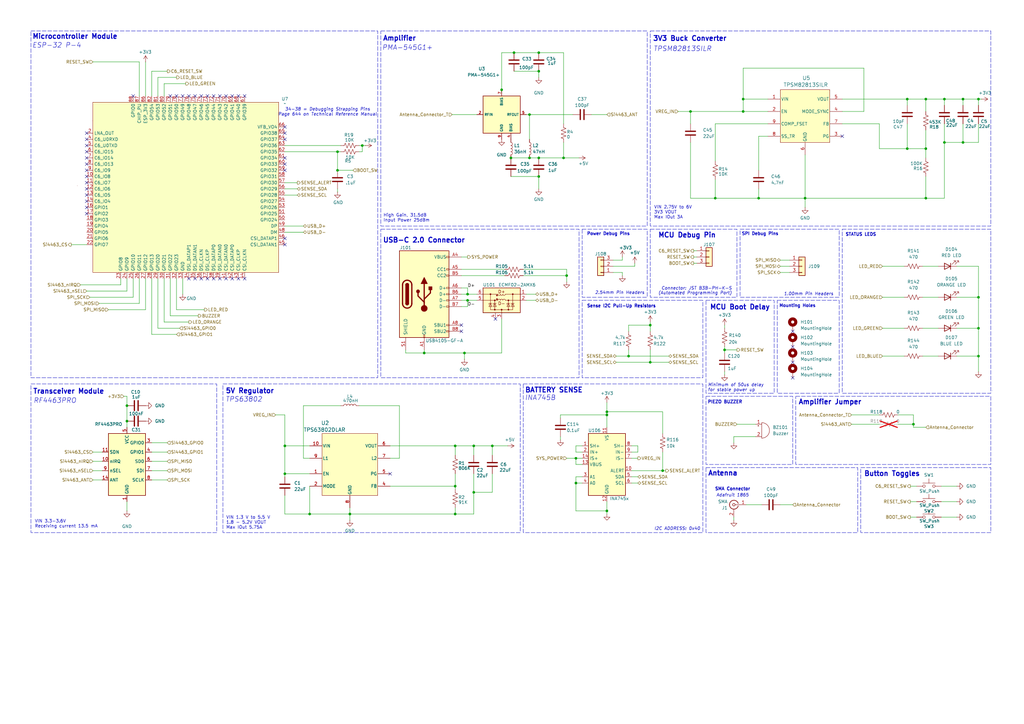
<source format=kicad_sch>
(kicad_sch (version 20250114) (generator "eeschema") (generator_version "9.0")
  (paper "A3")
  (lib_symbols
    (symbol "+3V3_1" (power) (pin_numbers (hide yes)) (pin_names (offset 0) (hide yes))
      (property "Value" "+3V3" (at 0 3.556 0))
      (symbol "+3V3_1_1_1"
        (pin power_in line (at 0 0 90) (length 0) (name "~") (number "1"))
      )
    )
    (symbol "Connector:Conn_Coaxial" (pin_names (offset 1.016) (hide yes))
      (property "Reference" "J" (at 0.254 3.048 0))
      (property "Value" "Conn_Coaxial" (at 2.921 0 90))
      (symbol "Conn_Coaxial_1_1"
        (pin passive line (at -5.08 0 0) (length 2.54) (name "In") (number "1"))
        (pin passive line (at 0 -5.08 90) (length 2.54) (name "Ext") (number "2"))
      )
    )
    (symbol "Connector:USB_C_Receptacle_USB2.0" (pin_names (offset 1.016))
      (property "Reference" "J1" (at 0 21.59 0))
      (property "Value" "USB_C_Receptacle_USB2.0" (at 0 19.05 0))
      (symbol "USB_C_Receptacle_USB2.0_1_1"
        (pin passive line (at -7.62 -22.86 90) (length 5.08) (name "SHIELD") (number "S1"))
        (pin passive line (at 0 -22.86 90) (length 5.08) (name "GND") (number "A1"))
        (pin passive line (at 0 -22.86 90) (length 5.08) (hide yes) (name "GND") (number "A12"))
        (pin passive line (at 0 -22.86 90) (length 5.08) (hide yes) (name "GND") (number "B1"))
        (pin passive line (at 0 -22.86 90) (length 5.08) (hide yes) (name "GND") (number "B12"))
        (pin passive line (at 15.24 15.24 180) (length 5.08) (name "VBUS") (number "A4"))
        (pin passive line (at 15.24 15.24 180) (length 5.08) (hide yes) (name "VBUS") (number "A9"))
        (pin passive line (at 15.24 15.24 180) (length 5.08) (hide yes) (name "VBUS") (number "B4"))
        (pin passive line (at 15.24 15.24 180) (length 5.08) (hide yes) (name "VBUS") (number "B9"))
        (pin bidirectional line (at 15.24 10.16 180) (length 5.08) (name "CC1") (number "A5"))
        (pin bidirectional line (at 15.24 7.62 180) (length 5.08) (name "CC2") (number "B5"))
        (pin bidirectional line (at 15.24 2.54 180) (length 5.08) (name "D+") (number "A6"))
        (pin bidirectional line (at 15.24 0 180) (length 5.08) (name "D+") (number "B6"))
        (pin bidirectional line (at 15.24 -2.54 180) (length 5.08) (name "D-") (number "A7"))
        (pin bidirectional line (at 15.24 -5.08 180) (length 5.08) (name "D-") (number "B7"))
        (pin bidirectional line (at 15.24 -12.7 180) (length 5.08) (name "SBU1") (number "A8"))
        (pin bidirectional line (at 15.24 -15.24 180) (length 5.08) (name "SBU2") (number "B8"))
      )
    )
    (symbol "Connector_Generic:Conn_01x03" (pin_names (offset 1.016) (hide yes))
      (property "Reference" "J" (at 0 5.08 0))
      (property "Value" "Conn_01x03" (at 0 -5.08 0))
      (symbol "Conn_01x03_1_1"
        (pin passive line (at -5.08 2.54 0) (length 3.81) (name "Pin_1") (number "1"))
        (pin passive line (at -5.08 0 0) (length 3.81) (name "Pin_2") (number "2"))
        (pin passive line (at -5.08 -2.54 0) (length 3.81) (name "Pin_3") (number "3"))
      )
    )
    (symbol "Device:Buzzer" (pin_names (offset 0.0254) (hide yes))
      (property "Reference" "BZ" (at 3.81 1.27 0))
      (property "Value" "Buzzer" (at 3.81 -1.27 0))
      (symbol "Buzzer_1_1"
        (pin passive line (at -2.54 2.54 0) (length 2.54) (name "-") (number "1"))
        (pin passive line (at -2.54 -2.54 0) (length 2.54) (name "+") (number "2"))
      )
    )
    (symbol "Device:C" (pin_numbers (hide yes)) (pin_names (offset 0.254))
      (property "Reference" "C" (at 0.635 2.54 0))
      (property "Value" "C" (at 0.635 -2.54 0))
      (symbol "C_1_1"
        (pin passive line (at 0 3.81 270) (length 2.794) (name "~") (number "1"))
        (pin passive line (at 0 -3.81 90) (length 2.794) (name "~") (number "2"))
      )
    )
    (symbol "Device:L" (pin_numbers (hide yes)) (pin_names (offset 1.016) (hide yes))
      (property "Reference" "L" (at -1.27 0 90))
      (property "Value" "L" (at 1.905 0 90))
      (symbol "L_1_1"
        (pin passive line (at 0 3.81 270) (length 1.27) (name "1") (number "1"))
        (pin passive line (at 0 -3.81 90) (length 1.27) (name "2") (number "2"))
      )
    )
    (symbol "Device:LED" (pin_numbers (hide yes)) (pin_names (offset 1.016) (hide yes))
      (property "Reference" "D" (at 0 2.54 0))
      (property "Value" "LED" (at 0 -2.54 0))
      (symbol "LED_1_1"
        (pin passive line (at -3.81 0 0) (length 2.54) (name "K") (number "1"))
        (pin passive line (at 3.81 0 180) (length 2.54) (name "A") (number "2"))
      )
    )
    (symbol "Device:R_US" (pin_numbers (hide yes)) (pin_names (offset 0))
      (property "Reference" "R" (at 2.54 0 90))
      (property "Value" "R_US" (at -2.54 0 90))
      (symbol "R_US_1_1"
        (pin passive line (at 0 3.81 270) (length 1.27) (name "~") (number "1"))
        (pin passive line (at 0 -3.81 90) (length 1.27) (name "~") (number "2"))
      )
    )
    (symbol "ESP32-Module-Waveshare:ESP32-P4NRW32-Module"
      (property "Reference" "U7" (at 39.37 35.6302 0))
      (property "Value" "~" (at 39.37 33.0902 0))
      (symbol "ESP32-P4NRW32-Module_1_1"
        (pin bidirectional line (at -41.91 21.59 0) (length 2.54) (name "LNA_OUT") (number "2"))
        (pin bidirectional line (at -41.91 19.05 0) (length 2.54) (name "C6_U0RXD") (number "4"))
        (pin bidirectional line (at -41.91 16.51 0) (length 2.54) (name "C6_U0TXD") (number "5"))
        (pin bidirectional line (at -41.91 13.97 0) (length 2.54) (name "C6_IO15") (number "6"))
        (pin bidirectional line (at -41.91 11.43 0) (length 2.54) (name "C6_IO14") (number "7"))
        (pin bidirectional line (at -41.91 8.89 0) (length 2.54) (name "C6_IO13") (number "8"))
        (pin bidirectional line (at -41.91 6.35 0) (length 2.54) (name "C6_IO9") (number "9"))
        (pin bidirectional line (at -41.91 3.81 0) (length 2.54) (name "C6_IO8") (number "10"))
        (pin bidirectional line (at -41.91 1.27 0) (length 2.54) (name "C6_IO7") (number "11"))
        (pin bidirectional line (at -41.91 -1.27 0) (length 2.54) (name "C6_IO6") (number "12"))
        (pin bidirectional line (at -41.91 -3.81 0) (length 2.54) (name "C6_IO5") (number "13"))
        (pin bidirectional line (at -41.91 -6.35 0) (length 2.54) (name "C6_IO4") (number "14"))
        (pin bidirectional line (at -41.91 -8.89 0) (length 2.54) (name "GPIO1") (number "16"))
        (pin bidirectional line (at -41.91 -11.43 0) (length 2.54) (name "GPIO2") (number "17"))
        (pin bidirectional line (at -41.91 -13.97 0) (length 2.54) (name "GPIO3") (number "18"))
        (pin bidirectional line (at -41.91 -16.51 0) (length 2.54) (name "GPIO4") (number "19"))
        (pin bidirectional line (at -41.91 -19.05 0) (length 2.54) (name "GPIO5") (number "20"))
        (pin bidirectional line (at -41.91 -21.59 0) (length 2.54) (name "GPIO6") (number "21"))
        (pin bidirectional line (at -41.91 -24.13 0) (length 2.54) (name "GPIO7") (number "22"))
        (pin bidirectional line (at -27.94 -38.1 90) (length 2.54) (name "GPIO8") (number "23"))
        (pin bidirectional line (at -25.4 -38.1 90) (length 2.54) (name "GPIO9") (number "24"))
        (pin bidirectional line (at -22.86 36.83 270) (length 2.54) (name "GPIO0") (number "88"))
        (pin bidirectional line (at -22.86 -38.1 90) (length 2.54) (name "GPIO10") (number "25"))
        (pin bidirectional line (at -20.32 36.83 270) (length 2.54) (name "CHIP_PU") (number "87"))
        (pin bidirectional line (at -20.32 -38.1 90) (length 2.54) (name "GPIO11") (number "26"))
        (pin passive line (at -17.78 36.83 270) (length 2.54) (hide yes) (name "ESP_VBAT") (number "84"))
        (pin passive line (at -17.78 36.83 270) (length 2.54) (hide yes) (name "ESP_3V3") (number "85"))
        (pin bidirectional line (at -17.78 36.83 270) (length 2.54) (name "ESP_3V3") (number "86"))
        (pin bidirectional line (at -17.78 -38.1 90) (length 2.54) (name "GPIO12") (number "27"))
        (pin bidirectional line (at -15.24 36.83 270) (length 2.54) (name "GPIO54") (number "82"))
        (pin bidirectional line (at -15.24 -38.1 90) (length 2.54) (name "GPIO13") (number "28"))
        (pin bidirectional line (at -12.7 36.83 270) (length 2.54) (name "GPIO53") (number "81"))
        (pin bidirectional line (at -12.7 -38.1 90) (length 2.54) (name "GPIO20") (number "29"))
        (pin bidirectional line (at -10.16 36.83 270) (length 2.54) (name "GPIO52") (number "80"))
        (pin bidirectional line (at -10.16 -38.1 90) (length 2.54) (name "GPIO21") (number "30"))
        (pin bidirectional line (at -7.62 36.83 270) (length 2.54) (name "GPIO51") (number "79"))
        (pin bidirectional line (at -7.62 -38.1 90) (length 2.54) (name "GPIO22") (number "31"))
        (pin bidirectional line (at -5.08 36.83 270) (length 2.54) (name "GPIO50") (number "78"))
        (pin bidirectional line (at -5.08 -38.1 90) (length 2.54) (name "GPIO23") (number "32"))
        (pin bidirectional line (at -2.54 36.83 270) (length 2.54) (name "GPIO49") (number "77"))
        (pin passive line (at -2.54 -38.1 90) (length 2.54) (hide yes) (name "GND") (number "1"))
        (pin passive line (at -2.54 -38.1 90) (length 2.54) (hide yes) (name "GND") (number "15"))
        (pin passive line (at -2.54 -38.1 90) (length 2.54) (hide yes) (name "GND") (number "3"))
        (pin bidirectional line (at -2.54 -38.1 90) (length 2.54) (name "GND") (number "33"))
        (pin passive line (at -2.54 -38.1 90) (length 2.54) (hide yes) (name "GND") (number "40"))
        (pin passive line (at -2.54 -38.1 90) (length 2.54) (hide yes) (name "GND") (number "47"))
        (pin passive line (at -2.54 -38.1 90) (length 2.54) (hide yes) (name "GND") (number "52"))
        (pin passive line (at -2.54 -38.1 90) (length 2.54) (hide yes) (name "GND") (number "83"))
        (pin bidirectional line (at 0 36.83 270) (length 2.54) (name "GPIO48") (number "76"))
        (pin bidirectional line (at 0 -38.1 90) (length 2.54) (name "DSI_DATAP1") (number "34"))
        (pin bidirectional line (at 2.54 36.83 270) (length 2.54) (name "GPIO47") (number "75"))
        (pin bidirectional line (at 2.54 -38.1 90) (length 2.54) (name "DSI_DATAN1") (number "35"))
        (pin bidirectional line (at 5.08 36.83 270) (length 2.54) (name "GPIO46") (number "74"))
        (pin bidirectional line (at 5.08 -38.1 90) (length 2.54) (name "DSI_CLKN") (number "36"))
        (pin bidirectional line (at 7.62 36.83 270) (length 2.54) (name "GPIO45") (number "73"))
        (pin bidirectional line (at 7.62 -38.1 90) (length 2.54) (name "DSI_CLKP") (number "37"))
        (pin bidirectional line (at 10.16 36.83 270) (length 2.54) (name "GPIO44") (number "72"))
        (pin bidirectional line (at 10.16 -38.1 90) (length 2.54) (name "DSI_DATAP0") (number "38"))
        (pin bidirectional line (at 12.7 36.83 270) (length 2.54) (name "GPIO43") (number "71"))
        (pin bidirectional line (at 12.7 -38.1 90) (length 2.54) (name "DSI_DATAN0") (number "39"))
        (pin bidirectional line (at 15.24 36.83 270) (length 2.54) (name "GPIO42") (number "70"))
        (pin bidirectional line (at 15.24 -38.1 90) (length 2.54) (name "CSI_DATAN0") (number "41"))
        (pin bidirectional line (at 17.78 36.83 270) (length 2.54) (name "GPIO41") (number "69"))
        (pin bidirectional line (at 17.78 -38.1 90) (length 2.54) (name "CSI_DATAP0") (number "42"))
        (pin bidirectional line (at 20.32 36.83 270) (length 2.54) (name "GPIO40") (number "68"))
        (pin bidirectional line (at 20.32 -38.1 90) (length 2.54) (name "CSI_CLKP") (number "43"))
        (pin bidirectional line (at 22.86 36.83 270) (length 2.54) (name "GPIO39") (number "67"))
        (pin bidirectional line (at 22.86 -38.1 90) (length 2.54) (name "CSI_CLKN") (number "44"))
        (pin bidirectional line (at 39.37 24.13 180) (length 2.54) (name "VFB_VO4") (number "66"))
        (pin bidirectional line (at 39.37 21.59 180) (length 2.54) (name "GPIO38") (number "65"))
        (pin bidirectional line (at 39.37 19.05 180) (length 2.54) (name "GPIO37") (number "64"))
        (pin bidirectional line (at 39.37 16.51 180) (length 2.54) (name "GPIO36") (number "63"))
        (pin bidirectional line (at 39.37 13.97 180) (length 2.54) (name "GPIO35") (number "62"))
        (pin bidirectional line (at 39.37 11.43 180) (length 2.54) (name "GPIO34") (number "61"))
        (pin bidirectional line (at 39.37 8.89 180) (length 2.54) (name "GPIO33") (number "60"))
        (pin bidirectional line (at 39.37 6.35 180) (length 2.54) (name "GPIO32") (number "59"))
        (pin bidirectional line (at 39.37 3.81 180) (length 2.54) (name "GPIO31") (number "58"))
        (pin bidirectional line (at 39.37 1.27 180) (length 2.54) (name "GPIO30") (number "57"))
        (pin bidirectional line (at 39.37 -1.27 180) (length 2.54) (name "GPIO29") (number "56"))
        (pin bidirectional line (at 39.37 -3.81 180) (length 2.54) (name "GPIO28") (number "55"))
        (pin bidirectional line (at 39.37 -6.35 180) (length 2.54) (name "GPIO27") (number "54"))
        (pin bidirectional line (at 39.37 -8.89 180) (length 2.54) (name "GPIO26") (number "53"))
        (pin bidirectional line (at 39.37 -11.43 180) (length 2.54) (name "GPIO25") (number "51"))
        (pin bidirectional line (at 39.37 -13.97 180) (length 2.54) (name "GPIO24") (number "50"))
        (pin bidirectional line (at 39.37 -16.51 180) (length 2.54) (name "DP") (number "49"))
        (pin bidirectional line (at 39.37 -19.05 180) (length 2.54) (name "DM") (number "48"))
        (pin bidirectional line (at 39.37 -21.59 180) (length 2.54) (name "CSI_DATAP1") (number "46"))
        (pin bidirectional line (at 39.37 -24.13 180) (length 2.54) (name "CSI_DATAN1") (number "45"))
      )
    )
    (symbol "GND_1" (power) (pin_numbers (hide yes)) (pin_names (offset 0) (hide yes))
      (property "Value" "GND" (at 0 -3.81 0))
      (symbol "GND_1_1_1"
        (pin power_in line (at 0 0 270) (length 0) (name "~") (number "1"))
      )
    )
    (symbol "GND_13" (power) (pin_numbers (hide yes)) (pin_names (offset 0) (hide yes))
      (property "Value" "GND" (at 0 -3.81 0))
      (symbol "GND_13_1_1"
        (pin power_in line (at 0 0 270) (length 0) (name "~") (number "1"))
      )
    )
    (symbol "GND_2" (power) (pin_numbers (hide yes)) (pin_names (offset 0) (hide yes))
      (property "Value" "GND" (at 0 -3.81 0))
      (symbol "GND_2_1_1"
        (pin power_in line (at 0 0 270) (length 0) (name "~") (number "1"))
      )
    )
    (symbol "GND_3" (power) (pin_numbers (hide yes)) (pin_names (offset 0) (hide yes))
      (property "Value" "GND" (at 0 -3.81 0))
      (symbol "GND_3_1_1"
        (pin power_in line (at 0 0 270) (length 0) (name "~") (number "1"))
      )
    )
    (symbol "GND_4" (power) (pin_numbers (hide yes)) (pin_names (offset 0) (hide yes))
      (property "Value" "GND" (at 0 -3.81 0))
      (symbol "GND_4_1_1"
        (pin power_in line (at 0 0 270) (length 0) (name "~") (number "1"))
      )
    )
    (symbol "GND_5" (power) (pin_numbers (hide yes)) (pin_names (offset 0) (hide yes))
      (property "Value" "GND" (at 0 -3.81 0))
      (symbol "GND_5_1_1"
        (pin power_in line (at 0 0 270) (length 0) (name "~") (number "1"))
      )
    )
    (symbol "GND_6" (power) (pin_numbers (hide yes)) (pin_names (offset 0) (hide yes))
      (property "Value" "GND" (at 0 -3.81 0))
      (symbol "GND_6_1_1"
        (pin power_in line (at 0 0 270) (length 0) (name "~") (number "1"))
      )
    )
    (symbol "INA745x_1"
      (property "Reference" "U" (at -7.112 13.97 0))
      (property "Value" "INA745x" (at 5.08 -13.97 0))
      (symbol "INA745x_1_1_1"
        (pin output line (at -10.16 7.62 0) (length 2.54) (name "SH+") (number "1"))
        (pin input line (at -10.16 5.08 0) (length 2.54) (name "IN+") (number "2"))
        (pin input line (at -10.16 2.54 0) (length 2.54) (name "IS+") (number "14"))
        (pin input line (at -10.16 0 0) (length 2.54) (name "VBUS") (number "13"))
        (pin input line (at -10.16 -5.08 0) (length 2.54) (name "A1") (number "3"))
        (pin input line (at -10.16 -7.62 0) (length 2.54) (name "A0") (number "4"))
        (pin power_in line (at 0 15.24 270) (length 2.54) (name "VS") (number "11"))
        (pin power_out line (at 0 -15.24 90) (length 2.54) (name "GND") (number "12"))
        (pin output line (at 10.16 7.62 180) (length 2.54) (name "SH-") (number "8"))
        (pin input line (at 10.16 5.08 180) (length 2.54) (name "IN-") (number "9"))
        (pin input line (at 10.16 2.54 180) (length 2.54) (name "IS-") (number "7"))
        (pin output line (at 10.16 -2.54 180) (length 2.54) (name "ALERT") (number "10"))
        (pin bidirectional line (at 10.16 -5.08 180) (length 2.54) (name "SDA") (number "5"))
        (pin input line (at 10.16 -7.62 180) (length 2.54) (name "SCL") (number "6"))
      )
    )
    (symbol "Mechanical:MountingHole_Pad" (pin_numbers (hide yes)) (pin_names (offset 1.016) (hide yes))
      (property "Reference" "H" (at 0 6.35 0))
      (property "Value" "MountingHole_Pad" (at 0 4.445 0))
      (symbol "MountingHole_Pad_1_1"
        (pin input line (at 0 -2.54 90) (length 2.54) (name "1") (number "1"))
      )
    )
    (symbol "PMA-545G1+:PMA-545G1+"
      (property "Reference" "U3" (at -15.748 16.51 0))
      (property "Value" "PMA-545G1+" (at -15.24 14.478 0))
      (symbol "PMA-545G1+_1_0"
        (pin power_in line (at -10.16 0 0) (length 2.54) (name "RFIN") (number "2"))
        (pin passive line (at -3.81 10.16 270) (length 2.54) (hide yes) (name "NC") (number "8"))
        (pin input line (at 0 10.16 270) (length 2.54) (name "BIAS") (number "7"))
        (pin passive line (at 0 -10.16 90) (length 2.54) (hide yes) (name "NC") (number "1"))
        (pin passive line (at 0 -10.16 90) (length 2.54) (hide yes) (name "NC") (number "3"))
        (pin passive line (at 0 -10.16 90) (length 2.54) (hide yes) (name "NC") (number "6"))
        (pin input line (at 0 -10.16 90) (length 2.54) (name "GND") (number "9"))
        (pin input line (at 3.81 -10.16 90) (length 2.54) (name "BIAS") (number "4"))
        (pin output line (at 10.16 0 180) (length 2.54) (name "RFOUT") (number "5"))
      )
    )
    (symbol "Power_Protection:ECMF02-2AMX6" (pin_names (offset 0.0254) (hide yes))
      (property "Reference" "U" (at 0 10.16 0))
      (property "Value" "ECMF02-2AMX6" (at 0 7.62 0))
      (symbol "ECMF02-2AMX6_0_1"
        (text "D+" (at 0 3.556 0) (effects (font (size 1.27 1.27))))
        (text "D-" (at 0 -1.27 0) (effects (font (size 1.27 1.27))))
      )
      (symbol "ECMF02-2AMX6_1_1"
        (pin passive line (at -10.16 2.54 0) (length 2.54) (name "D+_in") (number "1"))
        (pin passive line (at -10.16 0 0) (length 2.54) (name "D-_in") (number "2"))
        (pin power_in line (at 0 -7.62 90) (length 2.54) (name "GND") (number "3"))
        (pin free line (at 2.54 -7.62 90) (length 2.54) (name "NC") (number "4"))
        (pin passive line (at 10.16 2.54 180) (length 2.54) (name "D+_out") (number "6"))
        (pin passive line (at 10.16 0 180) (length 2.54) (name "D-_out") (number "5"))
      )
    )
    (symbol "RF4463:RF4463PRO"
      (property "Value" "RF4463PRO" (at -12.192 13.462 0))
      (symbol "RF4463PRO_1_1"
        (pin no_connect line (at -10.16 7.62 0) (length 2.54) (hide yes) (name "NC") (number "2"))
        (pin input line (at -10.16 3.81 0) (length 2.54) (name "SDN") (number "11"))
        (pin input line (at -10.16 0 0) (length 2.54) (name "nIRQ") (number "10"))
        (pin input line (at -10.16 -3.81 0) (length 2.54) (name "nSEL") (number "9"))
        (pin input line (at -10.16 -7.62 0) (length 2.54) (name "ANT") (number "14"))
        (pin power_in line (at 0 13.97 270) (length 2.54) (name "VCC") (number "5"))
        (pin power_in line (at 0 -16.51 90) (length 2.54) (name "GND") (number "1"))
        (pin passive line (at 0 -16.51 90) (length 2.54) (hide yes) (name "GND") (number "12"))
        (pin passive line (at 0 -16.51 90) (length 2.54) (hide yes) (name "GND") (number "13"))
        (pin input line (at 10.16 7.62 180) (length 2.54) (name "GPIO0") (number "3"))
        (pin input line (at 10.16 3.81 180) (length 2.54) (name "GPIO1") (number "4"))
        (pin input line (at 10.16 0 180) (length 2.54) (name "SD0") (number "6"))
        (pin input line (at 10.16 -3.81 180) (length 2.54) (name "SDI") (number "7"))
        (pin input line (at 10.16 -7.62 180) (length 2.54) (name "SCLK") (number "8"))
      )
    )
    (symbol "Switch:SW_Push" (pin_numbers (hide yes)) (pin_names (offset 1.016) (hide yes))
      (property "Reference" "SW" (at 1.27 2.54 0))
      (property "Value" "SW_Push" (at 0 -1.524 0))
      (symbol "SW_Push_0_1"
        (pin passive line (at -5.08 0 0) (length 2.54) (name "1") (number "1"))
        (pin passive line (at 5.08 0 180) (length 2.54) (name "2") (number "2"))
      )
    )
    (symbol "TPS63802:TPS63802DLAR" (pin_names (offset 0.254))
      (property "Reference" "U2" (at -10.16 17.018 0))
      (property "Value" "TPS63802DLAR" (at -10.414 14.224 0))
      (symbol "TPS63802DLAR_0_1"
        (pin power_in line (at -16.51 7.62 0) (length 5.08) (name "VIN") (number "10"))
        (pin unspecified line (at -16.51 2.54 0) (length 5.08) (name "L1") (number "9"))
        (pin input line (at -16.51 -3.81 0) (length 5.08) (name "EN") (number "1"))
        (pin input line (at -16.51 -8.89 0) (length 5.08) (name "MODE") (number "2"))
        (pin power_in line (at 0 -17.78 90) (length 5.08) (name "GND") (number "8"))
        (pin power_in line (at 16.51 7.62 180) (length 5.08) (name "VOUT") (number "6"))
        (pin unspecified line (at 16.51 2.54 180) (length 5.08) (name "L2") (number "7"))
        (pin open_collector line (at 16.51 -3.81 180) (length 5.08) (name "PG") (number "5"))
        (pin input line (at 16.51 -8.89 180) (length 5.08) (name "FB") (number "4"))
      )
      (symbol "TPS63802DLAR_1_1"
        (pin passive line (at 0 -17.78 90) (length 5.08) (hide yes) (name "AGND") (number "3"))
      )
    )
    (symbol "TPSM82813SIL:TPSM82813SSILR" (pin_names (offset 0.254))
      (property "Reference" "U5" (at 10.414 14.732 0))
      (property "Value" "TPSM82813SILR" (at 10.414 12.192 0))
      (symbol "TPSM82813SSILR_0_1"
        (pin power_in line (at -15.24 6.35 0) (length 5.08) (name "VIN") (number "1"))
        (pin input line (at -15.24 1.27 0) (length 5.08) (name "EN") (number "2"))
        (pin unspecified line (at -15.24 -3.81 0) (length 5.08) (name "COMP_FSET") (number "9"))
        (pin unspecified line (at -15.24 -8.89 0) (length 5.08) (name "SS_TR") (number "8"))
        (pin power_in line (at 0 -16.51 90) (length 5.08) (name "GND") (number "6"))
        (pin unspecified line (at 15.24 6.35 180) (length 5.08) (name "VOUT") (number "5"))
        (pin input line (at 15.24 1.27 180) (length 5.08) (name "MODE_SYNC") (number "4"))
        (pin unspecified line (at 15.24 -3.81 180) (length 5.08) (name "FB") (number "7"))
        (pin open_collector line (at 15.24 -8.89 180) (length 5.08) (name "PG") (number "3"))
      )
      (symbol "TPSM82813SSILR_1_1"
        (pin passive line (at -15.24 16.51 0) (length 5.08) (hide yes) (name "VIN") (number "11"))
        (pin passive line (at -15.24 16.51 0) (length 5.08) (hide yes) (name "VIN") (number "12"))
        (pin passive line (at 0 15.24 270) (length 5.08) (hide yes) (name "VIN") (number "11"))
        (pin passive line (at 0 15.24 270) (length 5.08) (hide yes) (name "VIN") (number "12"))
        (pin passive line (at 0 -16.51 90) (length 5.08) (hide yes) (name "GND") (number "10"))
        (pin passive line (at 0 -16.51 90) (length 5.08) (hide yes) (name "GND") (number "13"))
        (pin passive line (at 0 -16.51 90) (length 5.08) (hide yes) (name "GND") (number "14"))
      )
    )
    (symbol "power:+12V" (power) (pin_numbers (hide yes)) (pin_names (offset 0) (hide yes))
      (property "Value" "+12V" (at 0 3.556 0))
      (symbol "+12V_1_1"
        (pin power_in line (at 0 0 90) (length 0) (name "~") (number "1"))
      )
    )
    (symbol "power:+3V3" (power) (pin_names (offset 0))
      (property "Value" "+3V3" (at 0 3.556 0))
      (symbol "+3V3_1_1"
        (pin power_in line (at 0 0 90) (length 0) (hide yes) (name "+3V3") (number "1"))
      )
    )
    (symbol "power:GND" (power) (pin_names (offset 0))
      (property "Value" "GND" (at 0 -3.81 0))
      (symbol "GND_1_1"
        (pin power_in line (at 0 0 270) (length 0) (hide yes) (name "GND") (number "1"))
      )
    )
  )
  (rectangle (start 348.488 97.536) (end 348.488 97.536))
  (rectangle (start 289.56 191.77) (end 351.79 218.44) (stroke (width 0) (type dash)))
  (rectangle (start 289.56 162.56) (end 325.12 190.5) (stroke (width 0) (type dash)))
  (rectangle (start 303.53 93.98) (end 344.17 121.92) (stroke (width 0) (type dash)))
  (rectangle (start 318.77 123.19) (end 344.17 161.29) (stroke (width 0) (type dash)))
  (rectangle (start 12.7 157.48) (end 88.9 218.44) (stroke (width 0) (type dash)))
  (rectangle (start 345.44 93.98) (end 406.4 161.29) (stroke (width 0) (type dash)))
  (rectangle (start 238.76 93.98) (end 265.43 121.92) (stroke (width 0) (type dash)))
  (rectangle (start 156.21 12.7) (end 265.43 92.71) (stroke (width 0) (type dash)))
  (rectangle (start 214.63 157.48) (end 288.29 218.44) (stroke (width 0) (type dash)))
  (rectangle (start 266.7 93.98) (end 302.26 121.92) (stroke (width 0) (type dash)))
  (rectangle (start 353.06 191.77) (end 406.4 218.44) (stroke (width 0) (type dash)))
  (rectangle (start 91.44 157.48) (end 213.36 218.44) (stroke (width 0) (type dash)))
  (rectangle (start 289.56 123.19) (end 317.5 161.29) (stroke (width 0) (type dash)))
  (rectangle (start 156.21 93.98) (end 237.49 154.94) (stroke (width 0) (type dash)))
  (rectangle (start 326.39 162.56) (end 406.4 190.5) (stroke (width 0) (type dash)))
  (rectangle (start 238.76 123.19) (end 288.29 154.94) (stroke (width 0) (type dash)))
  (rectangle (start 406.908 160.274) (end 406.908 160.274))
  (rectangle (start 266.7 12.7) (end 406.4 92.71) (stroke (width 0) (type dash)))
  (rectangle (start 12.7 12.7) (end 154.94 154.94) (stroke (width 0) (type dash)))
  (text "Button Toggles\n" (at 354.33 195.58 0) (effects (font (size 2 2) (thickness 0.4) (bold yes)) (justify left bottom)))
  (text "SPI Debug Pins\n\n" (at 304.165 95.25 0) (effects (font (size 1.27 1.27) (thickness 0.254) (bold yes)) (justify left top)))
  (text "Microcontroller Module\n" (at 13.208 16.256 0) (effects (font (size 2 2) (thickness 0.4) (bold yes)) (justify left bottom)))
  (text "VIN 2.75V to 6V\n3V3 VOUT\nMax IOut 3A" (at 268.224 89.916 0) (effects (font (size 1.27 1.27)) (justify left bottom)))
  (text "TPS63802\n" (at 92.456 165.1 0) (effects (font (size 2 2) (italic yes)) (justify left bottom)))
  (text "Connector: JST B3B-PH-K-S" (at 300.228 119.126 0) (effects (font (size 1.27 1.27) (italic yes)) (justify right bottom)))
  (text "ESP-32 P-4\n\n" (at 13.208 23.114 0) (effects (font (size 2 2) (italic yes)) (justify left bottom)))
  (text "2.54mm Pin Headers" (at 264.414 120.904 0) (effects (font (size 1.27 1.27) (italic yes)) (justify right bottom)))
  (text "High Gain, 31.5dB\nInput Power 25dBm " (at 157.226 91.186 0) (effects (font (size 1.27 1.27)) (justify left bottom)))
  (text "SMA Connector" (at 300.482 200.66 0) (effects (font (size 1.27 1.27) (thickness 0.254) (bold yes))))
  (text "Amplifier\n" (at 156.972 17.018 0) (effects (font (size 2 2) (thickness 0.4) (bold yes)) (justify left bottom)))
  (text "STATUS LEDS\n" (at 346.71 97.028 0) (effects (font (size 1.27 1.27) (thickness 0.254) (bold yes)) (justify left bottom)))
  (text "PIEZO BUZZER\n" (at 290.195 165.735 0) (effects (font (size 1.27 1.27) (thickness 0.254) (bold yes)) (justify left bottom)))
  (text "Sense I2C Pull-Up Resistors" (at 240.665 126.365 0) (effects (font (size 1.27 1.27) (thickness 0.254) (bold yes)) (justify left bottom)))
  (text "5V Regulator\n\n" (at 92.456 164.846 0) (effects (font (size 2 2) (thickness 0.4) (bold yes)) (justify left bottom)))
  (text "Adafruit 1865" (at 300.482 203.2 0) (effects (font (size 1.27 1.27) (italic yes))))
  (text "I2C ADDRESS: 0x40" (at 287.274 217.678 0) (effects (font (size 1.27 1.27) (italic yes)) (justify right bottom)))
  (text "RF4463PRO\n" (at 13.716 165.608 0) (effects (font (size 2 2) (italic yes)) (justify left bottom)))
  (text "VIN 3.3-3.6V\nReceiving current 13.5 mA" (at 14.224 216.662 0) (effects (font (size 1.27 1.27)) (justify left bottom)))
  (text "Minimum of 50us delay\nfor stable power up\n" (at 290.322 160.782 0) (effects (font (size 1.27 1.27) (italic yes)) (justify left bottom)))
  (text "34-38 = Debugging Strapping Pins\nPage 644 on Technical Reference Manual\n" (at 134.366 45.974 0) (effects (font (size 1.27 1.27) (italic yes))))
  (text "MCU Debug Pin\n\n" (at 269.875 100.965 0) (effects (font (size 2 2) (thickness 0.4) (bold yes)) (justify left bottom)))
  (text "INA745B" (at 215.265 164.465 0) (effects (font (size 2 2) (italic yes)) (justify left bottom)))
  (text "Antenna" (at 290.322 193.04 0) (effects (font (size 2 2) (thickness 0.4) (bold yes)) (justify left top)))
  (text "BATTERY SENSE" (at 215.265 161.29 0) (effects (font (size 2 2) (thickness 0.4) (bold yes)) (justify left bottom)))
  (text "(Automated Programming Port)" (at 300.228 121.031 0) (effects (font (size 1.27 1.27) (italic yes)) (justify right bottom)))
  (text "Amplifier Jumper" (at 327.406 163.83 0) (effects (font (size 2 2) (thickness 0.4) (bold yes)) (justify left top)))
  (text "PMA-545G1+" (at 156.718 20.828 0) (effects (font (size 2 2) (italic yes)) (justify left bottom)))
  (text "TPSM82813SILR" (at 267.97 21.336 0) (effects (font (size 2 2) (italic yes)) (justify left bottom)))
  (text "VIN 1.3 V to 5.5 V\n1.8 - 5.2V VOUT\nMax IOut 5.75A\n" (at 92.71 217.17 0) (effects (font (size 1.27 1.27)) (justify left bottom)))
  (text "Power Debug Pins" (at 240.665 95.25 0) (effects (font (size 1.27 1.27) (thickness 0.254) (bold yes)) (justify left top)))
  (text "Mounting Holes" (at 319.532 126.238 0) (effects (font (size 1.27 1.27) (thickness 0.254) (bold yes)) (justify left bottom)))
  (text "1.00mm Pin Headers" (at 341.884 121.412 0) (effects (font (size 1.27 1.27) (italic yes)) (justify right bottom)))
  (text "Transceiver Module" (at 13.462 161.798 0) (effects (font (size 2 2) (thickness 0.4) (bold yes)) (justify left bottom)))
  (text "3V3 Buck Converter\n\n" (at 267.716 20.32 0) (effects (font (size 2 2) (thickness 0.4) (bold yes)) (justify left bottom)))
  (text "MCU Boot Delay" (at 291.084 127.254 0) (effects (font (size 2 2) (thickness 0.4) (bold yes)) (justify left bottom)))
  (text "USB-C 2.0 Connector" (at 156.972 99.822 0) (effects (font (size 2 2) (thickness 0.4) (bold yes)) (justify left bottom)))
  (junction (at 205.74 36.83))
  (junction (at 201.93 182.88))
  (junction (at 217.17 64.77))
  (junction (at 330.2 81.28))
  (junction (at 297.18 143.51))
  (junction (at 372.11 60.96))
  (junction (at 401.32 134.62))
  (junction (at 116.84 182.88))
  (junction (at 236.22 198.12))
  (junction (at 401.32 121.92))
  (junction (at 186.69 182.88))
  (junction (at 190.5 144.78))
  (junction (at 231.14 64.77))
  (junction (at 173.99 144.78))
  (junction (at 372.11 40.64))
  (junction (at 236.22 187.96))
  (junction (at 191.77 123.19))
  (junction (at 210.82 21.59))
  (junction (at 394.97 58.42))
  (junction (at 217.17 46.99))
  (junction (at 248.92 170.18))
  (junction (at 387.35 58.42))
  (junction (at 116.84 194.31))
  (junction (at 311.15 81.28))
  (junction (at 248.92 209.55))
  (junction (at 220.98 72.39))
  (junction (at 148.59 59.69))
  (junction (at 232.41 113.03))
  (junction (at 379.73 40.64))
  (junction (at 304.8 45.72))
  (junction (at 127 210.82))
  (junction (at 138.43 62.23))
  (junction (at 186.69 210.82))
  (junction (at 271.78 193.04))
  (junction (at 401.32 40.64))
  (junction (at 266.7 148.59))
  (junction (at 52.07 172.72))
  (junction (at 374.65 173.99))
  (junction (at 194.31 182.88))
  (junction (at 220.98 29.21))
  (junction (at 283.21 45.72))
  (junction (at 186.69 199.39))
  (junction (at 379.73 60.96))
  (junction (at 379.73 81.28))
  (junction (at 257.81 146.05))
  (junction (at 304.8 40.64))
  (junction (at 209.55 64.77))
  (junction (at 220.98 21.59))
  (junction (at 266.7 133.35))
  (junction (at 220.98 64.77))
  (junction (at 394.97 40.64))
  (junction (at 52.07 166.37))
  (junction (at 138.43 69.85))
  (junction (at 191.77 120.65))
  (junction (at 194.31 201.93))
  (junction (at 387.35 40.64))
  (junction (at 143.51 210.82))
  (junction (at 293.37 81.28))
  (junction (at 401.32 146.05))
  (junction (at 248.92 168.91))
  (no_connect (at 35.56 67.31))
  (no_connect (at 116.84 69.85))
  (no_connect (at 80.01 114.3))
  (no_connect (at 95.25 114.3))
  (no_connect (at 35.56 57.15))
  (no_connect (at 35.56 69.85))
  (no_connect (at 69.85 39.37))
  (no_connect (at 92.71 39.37))
  (no_connect (at 100.33 114.3))
  (no_connect (at 77.47 39.37))
  (no_connect (at 189.23 135.89))
  (no_connect (at 35.56 80.01))
  (no_connect (at 87.63 114.3))
  (no_connect (at 97.79 114.3))
  (no_connect (at 85.09 39.37))
  (no_connect (at 35.56 54.61))
  (no_connect (at 116.84 52.07))
  (no_connect (at 54.61 39.37))
  (no_connect (at 100.33 39.37))
  (no_connect (at 82.55 39.37))
  (no_connect (at 35.56 72.39))
  (no_connect (at 95.25 39.37))
  (no_connect (at 35.56 82.55))
  (no_connect (at 35.56 87.63))
  (no_connect (at 35.56 85.09))
  (no_connect (at 35.56 59.69))
  (no_connect (at 92.71 114.3))
  (no_connect (at 116.84 54.61))
  (no_connect (at 116.84 97.79))
  (no_connect (at 74.93 39.37))
  (no_connect (at 116.84 67.31))
  (no_connect (at 35.56 74.93))
  (no_connect (at 325.12 135.89))
  (no_connect (at 325.12 142.24))
  (no_connect (at 345.44 55.88))
  (no_connect (at 160.02 194.31))
  (no_connect (at 72.39 39.37))
  (no_connect (at 97.79 39.37))
  (no_connect (at 116.84 100.33))
  (no_connect (at 189.23 133.35))
  (no_connect (at 35.56 64.77))
  (no_connect (at 90.17 39.37))
  (no_connect (at 35.56 77.47))
  (no_connect (at 35.56 62.23))
  (no_connect (at 116.84 57.15))
  (no_connect (at 87.63 39.37))
  (no_connect (at 85.09 114.3))
  (no_connect (at 77.47 114.3))
  (no_connect (at 80.01 39.37))
  (no_connect (at 325.12 154.94))
  (no_connect (at 82.55 114.3))
  (no_connect (at 203.2 130.81))
  (no_connect (at 325.12 148.59))
  (no_connect (at 90.17 114.3))
  (no_connect (at 116.84 64.77))
  (wire (pts (xy 194.31 182.88) (xy 201.93 182.88)))
  (wire (pts (xy 54.61 114.3) (xy 54.61 121.92)))
  (wire (pts (xy 116.84 210.82) (xy 127 210.82)))
  (wire (pts (xy 259.08 187.96) (xy 261.62 187.96)))
  (wire (pts (xy 271.78 168.91) (xy 248.92 168.91)))
  (wire (pts (xy 138.43 62.23) (xy 138.43 69.85)))
  (wire (pts (xy 238.76 190.5) (xy 236.22 190.5)))
  (wire (pts (xy 252.73 146.05) (xy 257.81 146.05)))
  (wire (pts (xy 372.11 60.96) (xy 379.73 60.96)))
  (wire (pts (xy 373.38 199.39) (xy 375.92 199.39)))
  (wire (pts (xy 401.32 50.8) (xy 401.32 58.42)))
  (wire (pts (xy 257.81 135.89) (xy 257.81 133.35)))
  (wire (pts (xy 52.07 205.74) (xy 52.07 209.55)))
  (wire (pts (xy 259.08 198.12) (xy 261.62 198.12)))
  (wire (pts (xy 284.48 107.95) (xy 285.75 107.95)))
  (wire (pts (xy 260.35 109.22) (xy 251.46 109.22)))
  (wire (pts (xy 38.1 189.23) (xy 41.91 189.23)))
  (wire (pts (xy 72.39 127) (xy 72.39 114.3)))
  (wire (pts (xy 189.23 118.11) (xy 191.77 118.11)))
  (wire (pts (xy 293.37 50.8) (xy 314.96 50.8)))
  (wire (pts (xy 138.43 69.85) (xy 144.78 69.85)))
  (wire (pts (xy 236.22 187.96) (xy 232.41 187.96)))
  (wire (pts (xy 189.23 125.73) (xy 191.77 125.73)))
  (wire (pts (xy 231.14 21.59) (xy 231.14 50.8)))
  (wire (pts (xy 62.23 185.42) (xy 68.58 185.42)))
  (wire (pts (xy 394.97 58.42) (xy 401.32 58.42)))
  (wire (pts (xy 116.84 182.88) (xy 116.84 170.18)))
  (wire (pts (xy 205.74 38.1) (xy 205.74 36.83)))
  (wire (pts (xy 372.11 40.64) (xy 372.11 43.18)))
  (wire (pts (xy 62.23 137.16) (xy 72.39 137.16)))
  (wire (pts (xy 259.08 185.42) (xy 261.62 185.42)))
  (wire (pts (xy 194.31 201.93) (xy 194.31 210.82)))
  (wire (pts (xy 160.02 182.88) (xy 186.69 182.88)))
  (wire (pts (xy 232.41 113.03) (xy 214.63 113.03)))
  (wire (pts (xy 220.98 21.59) (xy 231.14 21.59)))
  (wire (pts (xy 293.37 73.66) (xy 293.37 81.28)))
  (wire (pts (xy 69.85 129.54) (xy 81.28 129.54)))
  (wire (pts (xy 255.27 111.76) (xy 255.27 113.03)))
  (wire (pts (xy 238.76 182.88) (xy 236.22 182.88)))
  (wire (pts (xy 194.31 182.88) (xy 194.31 186.69)))
  (wire (pts (xy 311.15 81.28) (xy 330.2 81.28)))
  (wire (pts (xy 259.08 193.04) (xy 271.78 193.04)))
  (wire (pts (xy 300.99 179.07) (xy 300.99 181.61)))
  (wire (pts (xy 189.23 110.49) (xy 207.01 110.49)))
  (wire (pts (xy 190.5 144.78) (xy 205.74 144.78)))
  (wire (pts (xy 209.55 64.77) (xy 217.17 64.77)))
  (wire (pts (xy 271.78 193.04) (xy 271.78 185.42)))
  (wire (pts (xy 278.13 45.72) (xy 283.21 45.72)))
  (wire (pts (xy 266.7 148.59) (xy 274.32 148.59)))
  (wire (pts (xy 401.32 134.62) (xy 401.32 121.92)))
  (wire (pts (xy 360.68 60.96) (xy 372.11 60.96)))
  (wire (pts (xy 401.32 134.62) (xy 392.43 134.62)))
  (wire (pts (xy 361.95 121.92) (xy 370.84 121.92)))
  (wire (pts (xy 349.25 173.99) (xy 360.68 173.99)))
  (wire (pts (xy 205.74 130.81) (xy 205.74 144.78)))
  (wire (pts (xy 160.02 199.39) (xy 186.69 199.39)))
  (wire (pts (xy 62.23 181.61) (xy 68.58 181.61)))
  (wire (pts (xy 209.55 72.39) (xy 220.98 72.39)))
  (wire (pts (xy 44.45 127) (xy 59.69 127)))
  (wire (pts (xy 387.35 81.28) (xy 387.35 58.42)))
  (wire (pts (xy 387.35 58.42) (xy 394.97 58.42)))
  (wire (pts (xy 330.2 81.28) (xy 379.73 81.28)))
  (wire (pts (xy 349.25 170.18) (xy 360.68 170.18)))
  (wire (pts (xy 57.15 39.37) (xy 57.15 25.4)))
  (wire (pts (xy 330.2 85.09) (xy 330.2 81.28)))
  (wire (pts (xy 143.51 210.82) (xy 143.51 213.36)))
  (wire (pts (xy 284.48 102.87) (xy 285.75 102.87)))
  (wire (pts (xy 231.14 64.77) (xy 237.49 64.77)))
  (wire (pts (xy 311.15 55.88) (xy 311.15 69.85)))
  (wire (pts (xy 138.43 77.47) (xy 138.43 78.74)))
  (wire (pts (xy 116.84 77.47) (xy 121.92 77.47)))
  (wire (pts (xy 379.73 72.39) (xy 379.73 81.28)))
  (wire (pts (xy 229.87 170.18) (xy 248.92 170.18)))
  (wire (pts (xy 163.83 166.37) (xy 163.83 187.96)))
  (wire (pts (xy 252.73 148.59) (xy 266.7 148.59)))
  (wire (pts (xy 57.15 114.3) (xy 57.15 124.46)))
  (wire (pts (xy 124.46 166.37) (xy 139.7 166.37)))
  (wire (pts (xy 238.76 187.96) (xy 236.22 187.96)))
  (wire (pts (xy 186.69 194.31) (xy 186.69 199.39)))
  (wire (pts (xy 116.84 182.88) (xy 127 182.88)))
  (wire (pts (xy 191.77 118.11) (xy 191.77 120.65)))
  (wire (pts (xy 236.22 198.12) (xy 236.22 209.55)))
  (wire (pts (xy 229.87 180.34) (xy 229.87 179.07)))
  (wire (pts (xy 124.46 187.96) (xy 127 187.96)))
  (wire (pts (xy 201.93 182.88) (xy 208.28 182.88)))
  (wire (pts (xy 201.93 201.93) (xy 194.31 201.93)))
  (wire (pts (xy 160.02 187.96) (xy 163.83 187.96)))
  (wire (pts (xy 232.41 113.03) (xy 232.41 115.57)))
  (wire (pts (xy 401.32 40.64) (xy 402.59 40.64)))
  (wire (pts (xy 297.18 143.51) (xy 302.26 143.51)))
  (wire (pts (xy 248.92 205.74) (xy 248.92 209.55)))
  (wire (pts (xy 386.08 199.39) (xy 392.43 199.39)))
  (wire (pts (xy 379.73 53.34) (xy 379.73 60.96)))
  (wire (pts (xy 220.98 31.75) (xy 220.98 29.21)))
  (wire (pts (xy 236.22 198.12) (xy 238.76 198.12)))
  (wire (pts (xy 304.8 27.94) (xy 304.8 40.64)))
  (wire (pts (xy 116.84 182.88) (xy 116.84 194.31)))
  (wire (pts (xy 217.17 64.77) (xy 220.98 64.77)))
  (wire (pts (xy 361.95 146.05) (xy 370.84 146.05)))
  (wire (pts (xy 62.23 196.85) (xy 68.58 196.85)))
  (wire (pts (xy 116.84 95.25) (xy 124.46 95.25)))
  (wire (pts (xy 148.59 62.23) (xy 148.59 59.69)))
  (wire (pts (xy 373.38 212.09) (xy 375.92 212.09)))
  (wire (pts (xy 62.23 29.21) (xy 68.58 29.21)))
  (wire (pts (xy 283.21 58.42) (xy 283.21 81.28)))
  (wire (pts (xy 116.84 194.31) (xy 127 194.31)))
  (wire (pts (xy 372.11 50.8) (xy 372.11 60.96)))
  (wire (pts (xy 116.84 194.31) (xy 116.84 195.58)))
  (wire (pts (xy 248.92 170.18) (xy 248.92 175.26)))
  (wire (pts (xy 147.32 62.23) (xy 148.59 62.23)))
  (wire (pts (xy 372.11 40.64) (xy 379.73 40.64)))
  (wire (pts (xy 259.08 182.88) (xy 261.62 182.88)))
  (wire (pts (xy 186.69 199.39) (xy 186.69 200.66)))
  (wire (pts (xy 220.98 72.39) (xy 220.98 77.47)))
  (wire (pts (xy 320.04 207.01) (xy 325.12 207.01)))
  (wire (pts (xy 306.07 207.01) (xy 312.42 207.01)))
  (wire (pts (xy 361.95 109.22) (xy 370.84 109.22)))
  (wire (pts (xy 266.7 143.51) (xy 266.7 148.59)))
  (wire (pts (xy 189.23 120.65) (xy 191.77 120.65)))
  (wire (pts (xy 113.03 170.18) (xy 116.84 170.18)))
  (wire (pts (xy 236.22 185.42) (xy 238.76 185.42)))
  (wire (pts (xy 143.51 210.82) (xy 186.69 210.82)))
  (wire (pts (xy 283.21 45.72) (xy 304.8 45.72)))
  (wire (pts (xy 283.21 81.28) (xy 293.37 81.28)))
  (wire (pts (xy 293.37 81.28) (xy 311.15 81.28)))
  (wire (pts (xy 67.31 132.08) (xy 77.47 132.08)))
  (wire (pts (xy 189.23 123.19) (xy 191.77 123.19)))
  (wire (pts (xy 191.77 123.19) (xy 195.58 123.19)))
  (wire (pts (xy 261.62 185.42) (xy 261.62 182.88)))
  (wire (pts (xy 320.04 106.68) (xy 323.85 106.68)))
  (wire (pts (xy 201.93 194.31) (xy 201.93 201.93)))
  (wire (pts (xy 394.97 40.64) (xy 401.32 40.64)))
  (wire (pts (xy 69.85 129.54) (xy 69.85 114.3)))
  (wire (pts (xy 38.1 25.4) (xy 57.15 25.4)))
  (wire (pts (xy 374.65 173.99) (xy 368.3 173.99)))
  (wire (pts (xy 210.82 21.59) (xy 220.98 21.59)))
  (wire (pts (xy 255.27 106.68) (xy 255.27 105.41)))
  (wire (pts (xy 311.15 55.88) (xy 314.96 55.88)))
  (wire (pts (xy 59.69 25.4) (xy 59.69 39.37)))
  (wire (pts (xy 173.99 144.78) (xy 166.37 144.78)))
  (wire (pts (xy 215.9 120.65) (xy 219.71 120.65)))
  (wire (pts (xy 201.93 182.88) (xy 201.93 186.69)))
  (wire (pts (xy 191.77 120.65) (xy 195.58 120.65)))
  (wire (pts (xy 354.33 45.72) (xy 354.33 27.94)))
  (wire (pts (xy 257.81 133.35) (xy 266.7 133.35)))
  (wire (pts (xy 273.05 193.04) (xy 271.78 193.04)))
  (wire (pts (xy 127 210.82) (xy 143.51 210.82)))
  (wire (pts (xy 185.42 46.99) (xy 195.58 46.99)))
  (wire (pts (xy 401.32 146.05) (xy 392.43 146.05)))
  (wire (pts (xy 36.83 121.92) (xy 54.61 121.92)))
  (wire (pts (xy 214.63 110.49) (xy 232.41 110.49)))
  (wire (pts (xy 304.8 27.94) (xy 354.33 27.94)))
  (wire (pts (xy 387.35 50.8) (xy 387.35 58.42)))
  (wire (pts (xy 236.22 187.96) (xy 236.22 190.5)))
  (wire (pts (xy 173.99 144.78) (xy 190.5 144.78)))
  (wire (pts (xy 64.77 31.75) (xy 64.77 39.37)))
  (wire (pts (xy 215.9 46.99) (xy 217.17 46.99)))
  (wire (pts (xy 378.46 109.22) (xy 384.81 109.22)))
  (wire (pts (xy 368.3 170.18) (xy 374.65 170.18)))
  (wire (pts (xy 189.23 105.41) (xy 191.77 105.41)))
  (wire (pts (xy 297.18 143.51) (xy 297.18 144.78)))
  (wire (pts (xy 378.46 121.92) (xy 384.81 121.92)))
  (wire (pts (xy 148.59 59.69) (xy 149.86 59.69)))
  (wire (pts (xy 374.65 170.18) (xy 374.65 173.99)))
  (wire (pts (xy 401.32 109.22) (xy 392.43 109.22)))
  (wire (pts (xy 49.53 114.3) (xy 49.53 116.84)))
  (wire (pts (xy 271.78 177.8) (xy 271.78 168.91)))
  (wire (pts (xy 186.69 210.82) (xy 194.31 210.82)))
  (wire (pts (xy 166.37 143.51) (xy 166.37 144.78)))
  (wire (pts (xy 257.81 143.51) (xy 257.81 146.05)))
  (wire (pts (xy 236.22 182.88) (xy 236.22 185.42)))
  (wire (pts (xy 401.32 152.4) (xy 401.32 146.05)))
  (wire (pts (xy 401.32 121.92) (xy 401.32 109.22)))
  (wire (pts (xy 62.23 193.04) (xy 68.58 193.04)))
  (wire (pts (xy 72.39 127) (xy 83.82 127)))
  (wire (pts (xy 345.44 50.8) (xy 360.68 50.8)))
  (wire (pts (xy 52.07 119.38) (xy 52.07 114.3)))
  (wire (pts (xy 173.99 143.51) (xy 173.99 144.78)))
  (wire (pts (xy 232.41 110.49) (xy 232.41 113.03)))
  (wire (pts (xy 210.82 29.21) (xy 220.98 29.21)))
  (wire (pts (xy 394.97 40.64) (xy 394.97 43.18)))
  (wire (pts (xy 215.9 123.19) (xy 219.71 123.19)))
  (wire (pts (xy 379.73 40.64) (xy 387.35 40.64)))
  (wire (pts (xy 127 199.39) (xy 127 210.82)))
  (wire (pts (xy 387.35 40.64) (xy 387.35 43.18)))
  (wire (pts (xy 302.26 173.99) (xy 309.88 173.99)))
  (wire (pts (xy 74.93 114.3) (xy 74.93 120.65)))
  (wire (pts (xy 374.65 175.26) (xy 379.73 175.26)))
  (wire (pts (xy 386.08 212.09) (xy 392.43 212.09)))
  (wire (pts (xy 52.07 162.56) (xy 52.07 166.37)))
  (wire (pts (xy 284.48 105.41) (xy 285.75 105.41)))
  (wire (pts (xy 300.99 212.09) (xy 300.99 213.36)))
  (wire (pts (xy 266.7 132.08) (xy 266.7 133.35)))
  (wire (pts (xy 191.77 125.73) (xy 191.77 123.19)))
  (wire (pts (xy 38.1 185.42) (xy 41.91 185.42)))
  (wire (pts (xy 52.07 166.37) (xy 52.07 172.72)))
  (wire (pts (xy 251.46 106.68) (xy 255.27 106.68)))
  (wire (pts (xy 205.74 21.59) (xy 205.74 36.83)))
  (wire (pts (xy 248.92 46.99) (xy 242.57 46.99)))
  (wire (pts (xy 297.18 152.4) (xy 297.18 153.67)))
  (wire (pts (xy 29.21 100.33) (xy 35.56 100.33)))
  (wire (pts (xy 138.43 62.23) (xy 139.7 62.23)))
  (wire (pts (xy 401.32 40.64) (xy 401.32 43.18)))
  (wire (pts (xy 293.37 66.04) (xy 293.37 50.8)))
  (wire (pts (xy 231.14 58.42) (xy 231.14 64.77)))
  (wire (pts (xy 147.32 59.69) (xy 148.59 59.69)))
  (wire (pts (xy 59.69 114.3) (xy 59.69 127)))
  (wire (pts (xy 304.8 40.64) (xy 304.8 45.72)))
  (wire (pts (xy 378.46 146.05) (xy 384.81 146.05)))
  (wire (pts (xy 229.87 170.18) (xy 229.87 171.45)))
  (wire (pts (xy 186.69 210.82) (xy 186.69 208.28)))
  (wire (pts (xy 190.5 147.32) (xy 190.5 144.78)))
  (wire (pts (xy 238.76 195.58) (xy 236.22 195.58)))
  (wire (pts (xy 189.23 113.03) (xy 207.01 113.03)))
  (wire (pts (xy 194.31 194.31) (xy 194.31 201.93)))
  (wire (pts (xy 379.73 60.96) (xy 379.73 64.77)))
  (wire (pts (xy 163.83 166.37) (xy 147.32 166.37)))
  (wire (pts (xy 57.15 124.46) (xy 40.64 124.46)))
  (wire (pts (xy 297.18 133.35) (xy 297.18 134.62)))
  (wire (pts (xy 311.15 77.47) (xy 311.15 81.28)))
  (wire (pts (xy 67.31 34.29) (xy 67.31 39.37)))
  (wire (pts (xy 116.84 62.23) (xy 138.43 62.23)))
  (wire (pts (xy 116.84 74.93) (xy 121.92 74.93)))
  (wire (pts (xy 143.51 210.82) (xy 143.51 208.28)))
  (wire (pts (xy 304.8 45.72) (xy 314.96 45.72)))
  (wire (pts (xy 186.69 182.88) (xy 194.31 182.88)))
  (wire (pts (xy 394.97 50.8) (xy 394.97 58.42)))
  (wire (pts (xy 217.17 46.99) (xy 217.17 57.15)))
  (wire (pts (xy 379.73 40.64) (xy 379.73 45.72)))
  (wire (pts (xy 320.04 109.22) (xy 323.85 109.22)))
  (wire (pts (xy 38.1 193.04) (xy 41.91 193.04)))
  (wire (pts (xy 283.21 45.72) (xy 283.21 50.8)))
  (wire (pts (xy 62.23 39.37) (xy 62.23 29.21)))
  (wire (pts (xy 257.81 146.05) (xy 274.32 146.05)))
  (wire (pts (xy 217.17 46.99) (xy 234.95 46.99)))
  (wire (pts (xy 116.84 203.2) (xy 116.84 210.82)))
  (wire (pts (xy 64.77 31.75) (xy 72.39 31.75)))
  (wire (pts (xy 320.04 111.76) (xy 323.85 111.76)))
  (wire (pts (xy 52.07 172.72) (xy 52.07 175.26)))
  (wire (pts (xy 373.38 205.74) (xy 375.92 205.74)))
  (wire (pts (xy 248.92 168.91) (xy 248.92 170.18)))
  (wire (pts (xy 345.44 40.64) (xy 372.11 40.64)))
  (wire (pts (xy 379.73 81.28) (xy 387.35 81.28)))
  (wire (pts (xy 35.56 119.38) (xy 52.07 119.38)))
  (wire (pts (xy 33.02 116.84) (xy 49.53 116.84)))
  (wire (pts (xy 67.31 132.08) (xy 67.31 114.3)))
  (wire (pts (xy 67.31 34.29) (xy 76.2 34.29)))
  (wire (pts (xy 255.27 111.76) (xy 251.46 111.76)))
  (wire (pts (xy 116.84 92.71) (xy 124.46 92.71)))
  (wire (pts (xy 236.22 195.58) (xy 236.22 198.12)))
  (wire (pts (xy 64.77 134.62) (xy 64.77 114.3)))
  (wire (pts (xy 261.62 195.58) (xy 259.08 195.58)))
  (wire (pts (xy 236.22 209.55) (xy 248.92 209.55)))
  (wire (pts (xy 50.8 162.56) (xy 52.07 162.56)))
  (wire (pts (xy 386.08 205.74) (xy 392.43 205.74)))
  (wire (pts (xy 38.1 196.85) (xy 41.91 196.85)))
  (wire (pts (xy 387.35 40.64) (xy 394.97 40.64)))
  (wire (pts (xy 124.46 187.96) (xy 124.46 166.37)))
  (wire (pts (xy 62.23 189.23) (xy 68.58 189.23)))
  (wire (pts (xy 62.23 137.16) (xy 62.23 114.3)))
  (wire (pts (xy 205.74 21.59) (xy 210.82 21.59)))
  (wire (pts (xy 330.2 63.5) (xy 330.2 81.28)))
  (wire (pts (xy 248.92 168.91) (xy 248.92 165.1)))
  (wire (pts (xy 374.65 175.26) (xy 374.65 173.99)))
  (wire (pts (xy 378.46 134.62) (xy 384.81 134.62)))
  (wire (pts (xy 361.95 134.62) (xy 370.84 134.62)))
  (wire (pts (xy 186.69 182.88) (xy 186.69 186.69)))
  (wire (pts (xy 309.88 179.07) (xy 300.99 179.07)))
  (wire (pts (xy 304.8 40.64) (xy 314.96 40.64)))
  (wire (pts (xy 345.44 45.72) (xy 354.33 45.72)))
  (wire (pts (xy 64.77 134.62) (xy 73.66 134.62)))
  (wire (pts (xy 260.35 107.95) (xy 260.35 109.22)))
  (wire (pts (xy 401.32 121.92) (xy 392.43 121.92)))
  (wire (pts (xy 360.68 50.8) (xy 360.68 60.96)))
  (wire (pts (xy 116.84 80.01) (xy 121.92 80.01)))
  (wire (pts (xy 248.92 210.82) (xy 248.92 209.55)))
  (wire (pts (xy 401.32 146.05) (xy 401.32 134.62)))
  (wire (pts (xy 220.98 64.77) (xy 231.14 64.77)))
  (wire (pts (xy 266.7 133.35) (xy 266.7 135.89)))
  (wire (pts (xy 297.18 142.24) (xy 297.18 143.51)))
  (wire (pts (xy 116.84 59.69) (xy 139.7 59.69)))
  (label "D+" (at 191.77 118.11 0))
  (label "D-" (at 191.77 125.73 0))
  (hierarchical_label "SPI_MISO" (shape input) (at 44.45 127 180))
  (hierarchical_label "VREG_IN" (shape input) (at 113.03 170.18 180))
  (hierarchical_label "USB_D+" (shape bidirectional) (at 124.46 92.71 0))
  (hierarchical_label "VREG_IN" (shape input) (at 278.13 45.72 180))
  (hierarchical_label "SENSE_ALERT" (shape output) (at 273.05 193.04 0))
  (hierarchical_label "SPI_SCK" (shape input) (at 36.83 121.92 180))
  (hierarchical_label "LED_RED" (shape input) (at 361.95 109.22 180))
  (hierarchical_label "Si4463_GPIO1" (shape input) (at 68.58 185.42 0))
  (hierarchical_label "Si4463_nSEL" (shape input) (at 35.56 119.38 180))
  (hierarchical_label "SENSE_SCL" (shape bidirectional) (at 261.62 198.12 0))
  (hierarchical_label "RESET_SW" (shape output) (at 373.38 205.74 180))
  (hierarchical_label "BUZZER" (shape output) (at 81.28 129.54 0))
  (hierarchical_label "C6_RESET_SW" (shape output) (at 373.38 199.39 180))
  (hierarchical_label "LED_ORANGE" (shape output) (at 77.47 132.08 0))
  (hierarchical_label "SPI_SCK" (shape bidirectional) (at 320.04 111.76 180))
  (hierarchical_label "Si4463_ANT" (shape input) (at 248.92 46.99 0))
  (hierarchical_label "SPI_MISO" (shape input) (at 68.58 189.23 0))
  (hierarchical_label "RESET_SW" (shape output) (at 284.48 105.41 180))
  (hierarchical_label "Si4463_GPIO1" (shape input) (at 72.39 137.16 0))
  (hierarchical_label "BOOT_SW" (shape input) (at 144.78 69.85 0))
  (hierarchical_label "SENSE_SDA" (shape bidirectional) (at 252.73 146.05 180))
  (hierarchical_label "SPI_SCK" (shape input) (at 68.58 196.85 0))
  (hierarchical_label "SENSE_SDA" (shape bidirectional) (at 274.32 146.05 0))
  (hierarchical_label "Antenna_Connector" (shape input) (at 325.12 207.01 0))
  (hierarchical_label "SENSE_SCL" (shape bidirectional) (at 252.73 148.59 180))
  (hierarchical_label "SPI_MOSI" (shape bidirectional) (at 320.04 109.22 180))
  (hierarchical_label "Si4463_nIRQ" (shape input) (at 33.02 116.84 180))
  (hierarchical_label "Si4463_nSEL" (shape input) (at 38.1 193.04 180))
  (hierarchical_label "USB_D-" (shape bidirectional) (at 219.71 123.19 0))
  (hierarchical_label "RESET_SW" (shape input) (at 38.1 25.4 180))
  (hierarchical_label "SPI_MOSI" (shape input) (at 40.64 124.46 180))
  (hierarchical_label "SENSE_SDA" (shape bidirectional) (at 121.92 77.47 0))
  (hierarchical_label "Antenna_Connector_T" (shape input) (at 185.42 46.99 180))
  (hierarchical_label "Antenna_Connector" (shape input) (at 379.73 175.26 0))
  (hierarchical_label "Si4463_GPIO0" (shape input) (at 68.58 181.61 0))
  (hierarchical_label "C6_RESET_SW" (shape output) (at 284.48 102.87 180))
  (hierarchical_label "LED_GREEN" (shape input) (at 361.95 134.62 180))
  (hierarchical_label "Si4463_CS" (shape output) (at 29.21 100.33 180))
  (hierarchical_label "Si4463_nIRQ" (shape input) (at 38.1 189.23 180))
  (hierarchical_label "SYS_POWER" (shape output) (at 191.77 105.41 0))
  (hierarchical_label "Si4463_ANT" (shape input) (at 38.1 196.85 180))
  (hierarchical_label "Si4463_ANT" (shape input) (at 349.25 173.99 180))
  (hierarchical_label "Antenna_Connector_T" (shape input) (at 349.25 170.18 180))
  (hierarchical_label "LED_BLUE" (shape output) (at 72.39 31.75 0))
  (hierarchical_label "+3V3" (shape input) (at 50.8 162.56 180))
  (hierarchical_label "USB_D+" (shape bidirectional) (at 219.71 120.65 0))
  (hierarchical_label "LED_RED" (shape output) (at 83.82 127 0))
  (hierarchical_label "C6_RESET_SW" (shape output) (at 68.58 29.21 0))
  (hierarchical_label "USB_D-" (shape bidirectional) (at 124.46 95.25 0))
  (hierarchical_label "SPI_MOSI" (shape input) (at 68.58 193.04 0))
  (hierarchical_label "VREG_IN" (shape output) (at 261.62 187.96 0))
  (hierarchical_label "BUZZER" (shape input) (at 302.26 173.99 180))
  (hierarchical_label "Si4463_CS" (shape input) (at 38.1 185.42 180))
  (hierarchical_label "SENSE_SCL" (shape bidirectional) (at 121.92 80.01 0))
  (hierarchical_label "Si4463_GPIO0" (shape input) (at 73.66 134.62 0))
  (hierarchical_label "LED_ORANGE" (shape input) (at 361.95 121.92 180))
  (hierarchical_label "SYS_POWER" (shape input) (at 232.41 187.96 180))
  (hierarchical_label "SENSE_ALERT" (shape output) (at 121.92 74.93 0))
  (hierarchical_label "LED_GREEN" (shape output) (at 76.2 34.29 0))
  (hierarchical_label "SPI_MISO" (shape bidirectional) (at 320.04 106.68 180))
  (hierarchical_label "SENSE_SCL" (shape bidirectional) (at 274.32 148.59 0))
  (hierarchical_label "BOOT_SW" (shape output) (at 373.38 212.09 180))
  (hierarchical_label "BOOT_SW" (shape output) (at 284.48 107.95 180))
  (hierarchical_label "SENSE_SDA" (shape bidirectional) (at 261.62 195.58 0))
  (hierarchical_label "RESET_SW" (shape output) (at 302.26 143.51 0))
  (hierarchical_label "LED_BLUE" (shape input) (at 361.95 146.05 180))
  (symbol (lib_id "power:GND") (at 297.18 153.67 0) (unit 1)
    (property "Reference" "#PWR0145" (effects (hide yes)))
    (property "Value" "GND" (effects (hide yes)))
  )
  (symbol (lib_id "Switch:SW_Push") (at 381 199.39 0) (unit 1)
    (property "Reference" "SW1" (at 381 194.818 0))
    (property "Value" "SW_Push" (at 381.254 201.422 0))
    (property "Footprint" "Button_Switch_SMD:SW_Push_1TS009xxxx-xxxx-xxxx_6x6x5mm" (effects (hide yes)))
    (property "Description" "Push button switch, generic, two pins" (effects (hide yes)))
  )
  (symbol (lib_id "PMA-545G1+:PMA-545G1+") (at 205.74 46.99 0) (unit 1)
    (property "Reference" "U3" (at 197.612 28.194 0))
    (property "Value" "PMA-545G1+" (at 198.374 30.734 0))
    (property "Footprint" "QFN-8 3x3mm:QFN-8 3x3mm" (effects (hide yes)))
    (property "Datasheet" "https://www.minicircuits.com/pdfs/PMA-545G1+.pdf" (effects (hide yes)))
    (property "Description" "Low Noise MMIC Amplifier, +22dBm" (effects (hide yes)))
  )
  (symbol (lib_name "GND_5") (lib_id "power:GND") (at 392.43 212.09 90) (unit 1)
    (property "Reference" "#PWR05" (effects (hide yes)))
    (property "Value" "GND" (at 396.24 212.0899 90) (effects (justify right)))
    (property "Description" "Power symbol creates a global label with name \"GND\" , ground" (effects (hide yes)))
  )
  (symbol (lib_name "GND_4") (lib_id "power:GND") (at 220.98 77.47 0) (unit 1)
    (property "Reference" "#PWR036" (effects (hide yes)))
    (property "Value" "GND" (at 220.98 81.788 0))
    (property "Description" "Power symbol creates a global label with name \"GND\" , ground" (effects (hide yes)))
  )
  (symbol (lib_id "power:+3V3") (at 255.27 105.41 0) (unit 1)
    (property "Reference" "#PWR0146" (effects (hide yes)))
    (property "Value" "+3V3" (at 256.54 101.6 0))
  )
  (symbol (lib_id "Device:L") (at 143.51 166.37 90) (unit 1)
    (property "Reference" "L4" (at 143.51 162.56 90))
    (property "Value" "470nH" (at 143.764 164.338 90))
    (property "Footprint" "Inductor_SMD:L_Wuerth_MAPI-4030" (effects (hide yes)))
    (property "Datasheet" "https://twen.rs-online.com/web/p/surface-mount-inductors/0219783?srsltid=AfmBOoo9Sk5K7jhmoaVX80uGU7Vsk6CYOYr136yHL4eJBjwDb-GV-vbK" (effects (hide yes)))
    (property "Description" "Inductor" (effects (hide yes)))
  )
  (symbol (lib_id "Device:C") (at 394.97 46.99 180) (unit 1)
    (property "Reference" "C4" (at 398.018 49.53 0))
    (property "Value" "22uF" (at 398.272 51.816 0))
    (property "Footprint" "Capacitor_SMD:C_0603_1608Metric" (effects (hide yes)))
    (property "Description" "Unpolarized capacitor" (effects (hide yes)))
  )
  (symbol (lib_name "GND_2") (lib_id "power:GND") (at 59.69 166.37 90) (unit 1)
    (property "Reference" "#PWR035" (effects (hide yes)))
    (property "Value" "GND" (at 63.5 166.3699 90) (effects (justify right)))
    (property "Description" "Power symbol creates a global label with name \"GND\" , ground" (effects (hide yes)))
  )
  (symbol (lib_id "Device:R_US") (at 143.51 59.69 90) (unit 1)
    (property "Reference" "R19" (at 145.034 55.372 90) (effects (justify left)))
    (property "Value" "10K" (at 145.288 57.404 90) (effects (justify left)))
    (property "Footprint" "Resistor_SMD:R_0603_1608Metric" (effects (hide yes)))
    (property "Description" "Resistor, US symbol" (effects (hide yes)))
  )
  (symbol (lib_id "power:GND") (at 255.27 113.03 0) (unit 1)
    (property "Reference" "#PWR0147" (effects (hide yes)))
    (property "Value" "GND" (effects (hide yes)))
  )
  (symbol (lib_id "Device:LED") (at 388.62 146.05 180) (unit 1)
    (property "Reference" "D107" (at 390.2075 138.43 0))
    (property "Value" "BLUE LED" (at 390.2075 140.97 0))
    (property "Footprint" "LED_SMD:LED_0603_1608Metric" (effects (hide yes)))
    (property "Datasheet" "https://www.kingbrightusa.com/images/catalog/SPEC/APTD1608LVBC-D.pdf" (effects (hide yes)))
  )
  (symbol (lib_id "Device:C") (at 194.31 190.5 180) (unit 1)
    (property "Reference" "C2" (at 196.85 192.786 0))
    (property "Value" "22uF" (at 197.866 195.072 0))
    (property "Footprint" "Capacitor_SMD:C_0603_1608Metric" (effects (hide yes)))
    (property "Description" "Unpolarized capacitor" (effects (hide yes)))
  )
  (symbol (lib_id "Device:C") (at 209.55 68.58 180) (unit 1)
    (property "Reference" "C35" (at 213.36 67.3099 0) (effects (justify right)))
    (property "Value" "100pF" (at 212.09 70.104 0) (effects (justify right)))
    (property "Footprint" "Capacitor_SMD:C_0603_1608Metric" (effects (hide yes)))
    (property "Description" "Unpolarized capacitor" (effects (hide yes)))
  )
  (symbol (lib_id "power:GND") (at 248.92 210.82 0) (unit 1)
    (property "Reference" "#PWR0126" (effects (hide yes)))
    (property "Value" "GND" (effects (hide yes)))
  )
  (symbol (lib_id "Device:C") (at 387.35 46.99 180) (unit 1)
    (property "Reference" "C48" (at 389.89 49.53 0))
    (property "Value" "22uF" (at 390.398 51.308 0))
    (property "Footprint" "Capacitor_SMD:C_0603_1608Metric" (effects (hide yes)))
    (property "Description" "Unpolarized capacitor" (effects (hide yes)))
  )
  (symbol (lib_id "Mechanical:MountingHole_Pad") (at 325.12 146.05 0) (unit 1)
    (property "Reference" "H103" (at 328.295 144.78 0) (effects (justify left)))
    (property "Value" "MountingHole" (at 328.295 147.32 0) (effects (justify left)))
    (property "Footprint" "MountingHole:MountingHole_3.2mm_M3_Pad_Via" (effects (hide yes)))
  )
  (symbol (lib_id "Device:R_US") (at 266.7 139.7 0) (unit 1)
    (property "Reference" "R122" (at 267.97 140.97 0) (effects (justify left)))
    (property "Value" "4.7k" (at 267.97 138.43 0) (effects (justify left)))
    (property "Footprint" "Resistor_SMD:R_0603_1608Metric" (effects (hide yes)))
  )
  (symbol (lib_name "+3V3_1") (lib_id "power:+3V3") (at 59.69 25.4 0) (unit 1)
    (property "Reference" "#PWR042" (effects (hide yes)))
    (property "Value" "+3V3" (at 56.896 21.336 0) (effects (justify left)))
    (property "Description" "Power symbol creates a global label with name \"+3V3\"" (effects (hide yes)))
  )
  (symbol (lib_id "Mechanical:MountingHole_Pad") (at 325.12 152.4 0) (unit 1)
    (property "Reference" "H104" (at 328.295 151.13 0) (effects (justify left)))
    (property "Value" "MountingHole" (at 328.295 153.67 0) (effects (justify left)))
    (property "Footprint" "MountingHole:MountingHole_3.2mm_M3_Pad_Via" (effects (hide yes)))
  )
  (symbol (lib_id "Device:C") (at 283.21 54.61 180) (unit 1)
    (property "Reference" "C45" (at 288.29 53.3399 0) (effects (justify right)))
    (property "Value" "22uF" (at 288.29 55.8799 0) (effects (justify right)))
    (property "Footprint" "Capacitor_SMD:C_0603_1608Metric" (effects (hide yes)))
    (property "Description" "Unpolarized capacitor" (effects (hide yes)))
  )
  (symbol (lib_id "Device:C") (at 210.82 25.4 0) (unit 1)
    (property "Reference" "C33" (at 214.122 24.13 0) (effects (justify left)))
    (property "Value" "100pF" (at 212.852 27.686 0) (effects (justify left)))
    (property "Footprint" "Capacitor_SMD:C_0603_1608Metric" (effects (hide yes)))
    (property "Description" "Unpolarized capacitor" (effects (hide yes)))
  )
  (symbol (lib_id "power:GND") (at 232.41 115.57 0) (unit 1)
    (property "Reference" "#PWR0116" (effects (hide yes)))
    (property "Value" "GND" (effects (hide yes)))
  )
  (symbol (lib_id "Device:R_US") (at 257.81 139.7 0) (unit 1)
    (property "Reference" "R117" (at 256.54 140.97 0) (effects (justify right)))
    (property "Value" "4.7k" (at 256.54 138.43 0) (effects (justify right)))
    (property "Footprint" "Resistor_SMD:R_0603_1608Metric" (effects (hide yes)))
  )
  (symbol (lib_id "Device:C") (at 116.84 199.39 180) (unit 1)
    (property "Reference" "C1" (at 120.65 198.1199 0) (effects (justify right)))
    (property "Value" "22uF" (at 120.65 200.6599 0) (effects (justify right)))
    (property "Footprint" "Capacitor_SMD:C_0603_1608Metric" (effects (hide yes)))
    (property "Description" "Unpolarized capacitor" (effects (hide yes)))
  )
  (symbol (lib_id "Device:C") (at 311.15 73.66 180) (unit 1)
    (property "Reference" "C46" (at 316.23 72.3899 0) (effects (justify right)))
    (property "Value" "4.7nF" (at 316.23 74.9299 0) (effects (justify right)))
    (property "Footprint" "Capacitor_SMD:C_0603_1608Metric" (effects (hide yes)))
    (property "Description" "Unpolarized capacitor" (effects (hide yes)))
  )
  (symbol (lib_id "Device:R_US") (at 231.14 54.61 0) (unit 1)
    (property "Reference" "R4" (at 232.41 54.102 0) (effects (justify left)))
    (property "Value" "0" (at 232.41 56.134 0) (effects (justify left)))
    (property "Footprint" "Resistor_SMD:R_0603_1608Metric" (effects (hide yes)))
    (property "Description" "Resistor, US symbol" (effects (hide yes)))
  )
  (symbol (lib_name "GND_4") (lib_id "power:GND") (at 190.5 147.32 0) (unit 1)
    (property "Reference" "#PWR043" (effects (hide yes)))
    (property "Value" "GND" (at 190.5 151.638 0))
    (property "Description" "Power symbol creates a global label with name \"GND\" , ground" (effects (hide yes)))
  )
  (symbol (lib_id "Device:R_US") (at 293.37 69.85 0) (unit 1)
    (property "Reference" "R14" (at 294.64 69.342 0) (effects (justify left)))
    (property "Value" "10K" (at 294.64 71.374 0) (effects (justify left)))
    (property "Footprint" "Resistor_SMD:R_0603_1608Metric" (effects (hide yes)))
    (property "Description" "Resistor, US symbol" (effects (hide yes)))
  )
  (symbol (lib_id "RF4463:RF4463PRO") (at 52.07 189.23 0) (unit 1)
    (property "Reference" "U1" (effects (hide yes)))
    (property "Value" "RF4463PRO" (at 38.862 173.99 0) (effects (justify left)))
    (property "Footprint" "RF_Module:RF4463PRO" (effects (hide yes)))
    (property "Datasheet" "https://www.lcsc.com/datasheet/C3001528.pdf" (effects (hide yes)))
    (property "Description" "Long-distance wireless transceiver module, -126 dBm Sensitivity, 20dBm, 10mA@Receiving status" (effects (hide yes)))
  )
  (symbol (lib_id "Device:L") (at 217.17 60.96 0) (unit 1)
    (property "Reference" "L2" (at 218.44 59.6899 0) (effects (justify left)))
    (property "Value" "47nH" (at 218.44 62.2299 0) (effects (justify left)))
    (property "Footprint" "Murata_Electronics_Inductors:Murata_0805_2015" (effects (hide yes)))
    (property "Datasheet" "https://www.digikey.com/en/products/detail/murata-electronics/LQW2BAN47NG00L/5026491?gclsrc=aw.ds&gad_source=1&gad_campaignid=20509818233&gclid=CjwKCAiA8bvIBhBJEiwAu5ayrLz6e7HBlCgCuWkZEgYAe8MkRx9eNi643_MrEV7VP9tfTcZ_6bk-BhoCiPsQAvD_BwE" (effects (hide yes)))
    (property "Description" "Inductor" (effects (hide yes)))
  )
  (symbol (lib_id "Device:R_US") (at 364.49 170.18 90) (unit 1)
    (property "Reference" "R118" (at 359.41 168.91 90))
    (property "Value" "0" (at 368.3 168.91 90))
    (property "Footprint" "Resistor_SMD:R_0603_1608Metric" (effects (hide yes)))
    (property "Description" "Resistor, US symbol" (effects (hide yes)))
  )
  (symbol (lib_id "Device:C") (at 401.32 46.99 180) (unit 1)
    (property "Reference" "C5" (at 403.606 49.784 0))
    (property "Value" "22uF" (at 403.86 51.816 0))
    (property "Footprint" "Capacitor_SMD:C_0603_1608Metric" (effects (hide yes)))
    (property "Description" "Unpolarized capacitor" (effects (hide yes)))
  )
  (symbol (lib_id "Device:R_US") (at 210.82 113.03 270) (unit 1)
    (property "Reference" "R106" (at 203.2 111.76 90) (effects (justify left)))
    (property "Value" "5.1k" (at 214.63 111.76 90) (effects (justify left)))
    (property "Footprint" "Resistor_SMD:R_0603_1608Metric" (effects (hide yes)))
    (property "Description" "Resistor, US symbol" (effects (hide yes)))
  )
  (symbol (lib_name "GND_2") (lib_id "power:GND") (at 59.69 172.72 90) (unit 1)
    (property "Reference" "#PWR034" (effects (hide yes)))
    (property "Value" "GND" (at 63.5 172.7199 90) (effects (justify right)))
    (property "Description" "Power symbol creates a global label with name \"GND\" , ground" (effects (hide yes)))
  )
  (symbol (lib_id "power:+3V3") (at 266.7 132.08 0) (unit 1)
    (property "Reference" "#PWR0130" (effects (hide yes)))
    (property "Value" "+3V3" (at 266.7 127.9469 0))
  )
  (symbol (lib_id "Device:R_US") (at 374.65 109.22 90) (unit 1)
    (property "Reference" "R141" (at 374.65 102.87 90))
    (property "Value" "470" (at 374.65 105.41 90))
    (property "Footprint" "Resistor_SMD:R_0603_1608Metric" (effects (hide yes)))
  )
  (symbol (lib_id "Device:C") (at 297.18 148.59 0) (unit 1)
    (property "Reference" "C120" (at 298.45 146.05 0) (effects (justify left)))
    (property "Value" "1uF" (at 298.45 151.13 0) (effects (justify left)))
    (property "Footprint" "Capacitor_SMD:C_0603_1608Metric" (effects (hide yes)))
  )
  (symbol (lib_id "Device:R_US") (at 379.73 49.53 180) (unit 1)
    (property "Reference" "R18" (at 385.064 52.07 0) (effects (justify left)))
    (property "Value" "453K" (at 386.08 50.038 0) (effects (justify left)))
    (property "Footprint" "Resistor_SMD:R_0603_1608Metric" (effects (hide yes)))
    (property "Description" "Resistor, US symbol" (effects (hide yes)))
  )
  (symbol (lib_id "Device:C") (at 316.23 207.01 90) (unit 1)
    (property "Reference" "C49" (at 316.23 200.66 90))
    (property "Value" "100pF" (at 316.23 203.2 90))
    (property "Footprint" "Capacitor_SMD:C_0603_1608Metric" (effects (hide yes)))
    (property "Description" "Unpolarized capacitor" (effects (hide yes)))
  )
  (symbol (lib_id "power:+3V3") (at 297.18 133.35 0) (unit 1)
    (property "Reference" "#PWR0144" (effects (hide yes)))
    (property "Value" "+3V3" (at 297.18 129.2169 0))
  )
  (symbol (lib_id "Device:R_US") (at 374.65 121.92 90) (unit 1)
    (property "Reference" "R142" (at 374.65 115.57 90))
    (property "Value" "470" (at 374.65 118.11 90))
    (property "Footprint" "Resistor_SMD:R_0603_1608Metric" (effects (hide yes)))
  )
  (symbol (lib_id "Device:R_US") (at 379.73 68.58 180) (unit 1)
    (property "Reference" "R16" (at 378.46 69.088 0) (effects (justify left)))
    (property "Value" "100K" (at 378.46 67.056 0) (effects (justify left)))
    (property "Footprint" "Resistor_SMD:R_0603_1608Metric" (effects (hide yes)))
    (property "Description" "Resistor, US symbol" (effects (hide yes)))
  )
  (symbol (lib_id "power:GND") (at 229.87 180.34 0) (unit 1)
    (property "Reference" "#PWR0120" (effects (hide yes)))
    (property "Value" "GND" (effects (hide yes)))
  )
  (symbol (lib_id "Device:LED") (at 388.62 134.62 180) (unit 1)
    (property "Reference" "D106" (at 390.2075 127.635 0))
    (property "Value" "GREEN LED" (at 390.2075 130.175 0))
    (property "Footprint" "LED_SMD:LED_0603_1608Metric" (effects (hide yes)))
    (property "Datasheet" "https://www.kingbrightusa.com/images/catalog/SPEC/APTD1608LZGCK.pdf" (effects (hide yes)))
  )
  (symbol (lib_id "Device:R_US") (at 210.82 110.49 270) (unit 1)
    (property "Reference" "R105" (at 203.2 109.22 90) (effects (justify left)))
    (property "Value" "5.1k" (at 214.63 109.22 90) (effects (justify left)))
    (property "Footprint" "Resistor_SMD:R_0603_1608Metric" (effects (hide yes)))
    (property "Description" "Resistor, US symbol" (effects (hide yes)))
  )
  (symbol (lib_id "Device:C") (at 229.87 175.26 0) (unit 1)
    (property "Reference" "C114" (at 237.49 173.99 0) (effects (justify right)))
    (property "Value" "0.1uF" (at 232.41 176.53 0) (effects (justify left)))
    (property "Footprint" "Capacitor_SMD:C_0603_1608Metric" (effects (hide yes)))
  )
  (symbol (lib_id "Device:R_US") (at 364.49 173.99 90) (unit 1) (dnp yes)
    (property "Reference" "R119" (at 359.41 172.72 90))
    (property "Value" "0" (at 368.3 172.72 90))
    (property "Footprint" "Resistor_SMD:R_0603_1608Metric" (effects (hide yes)))
    (property "Description" "Resistor, US symbol" (effects (hide yes)))
  )
  (symbol (lib_name "GND_4") (lib_id "power:GND") (at 330.2 85.09 0) (unit 1)
    (property "Reference" "#PWR039" (effects (hide yes)))
    (property "Value" "GND" (at 330.2 89.408 0))
    (property "Description" "Power symbol creates a global label with name \"GND\" , ground" (effects (hide yes)))
  )
  (symbol (lib_id "Connector_Generic:Conn_01x03") (at 246.38 109.22 180) (unit 1)
    (property "Reference" "J108" (at 246.38 104.14 0))
    (property "Value" "Conn_01x03" (effects (hide yes)))
    (property "Footprint" "Connector_PinSocket_2.54mm:PinSocket_1x03_P2.54mm_Vertical" (effects (hide yes)))
    (property "Description" "Generic connector, single row, 01x03, script generated (kicad-library-utils/schlib/autogen/connector/)" (effects (hide yes)))
  )
  (symbol (lib_id "Power_Protection:ECMF02-2AMX6") (at 205.74 123.19 0) (mirror y) (unit 1)
    (property "Reference" "U101" (at 200.66 116.84 0))
    (property "Value" "ECMF02-2AMX6" (at 212.09 116.84 0))
    (property "Footprint" "Package_DFN_QFN:ST_UQFN-6L_1.5x1.7mm_P0.5mm" (effects (hide yes)))
    (property "Datasheet" "https://www.st.com/resource/en/datasheet/ecmf02-2amx6.pdf" (effects (hide yes)))
  )
  (symbol (lib_name "+3V3_1") (lib_id "power:+3V3") (at 149.86 59.69 270) (unit 1)
    (property "Reference" "#PWR04" (effects (hide yes)))
    (property "Value" "+3V3" (at 149.098 57.658 90) (effects (justify left)))
    (property "Description" "Power symbol creates a global label with name \"+3V3\"" (effects (hide yes)))
  )
  (symbol (lib_id "Device:R_US") (at 143.51 62.23 90) (unit 1)
    (property "Reference" "R5" (at 144.018 66.04 90) (effects (justify left)))
    (property "Value" "10K" (at 145.542 64.516 90) (effects (justify left)))
    (property "Footprint" "Resistor_SMD:R_0603_1608Metric" (effects (hide yes)))
    (property "Description" "Resistor, US symbol" (effects (hide yes)))
  )
  (symbol (lib_name "GND_4") (lib_id "power:GND") (at 138.43 78.74 0) (unit 1)
    (property "Reference" "#PWR047" (effects (hide yes)))
    (property "Value" "GND" (at 138.684 83.058 0))
    (property "Description" "Power symbol creates a global label with name \"GND\" , ground" (effects (hide yes)))
  )
  (symbol (lib_id "Device:R_US") (at 374.65 134.62 90) (unit 1)
    (property "Reference" "R143" (at 374.65 128.27 90))
    (property "Value" "470" (at 374.65 130.81 90))
    (property "Footprint" "Resistor_SMD:R_0603_1608Metric" (effects (hide yes)))
  )
  (symbol (lib_id "Device:R_US") (at 186.69 190.5 0) (unit 1)
    (property "Reference" "R1" (at 187.96 189.992 0) (effects (justify left)))
    (property "Value" "806K" (at 187.96 192.024 0) (effects (justify left)))
    (property "Footprint" "Resistor_SMD:R_0603_1608Metric" (effects (hide yes)))
    (property "Description" "Resistor, US symbol" (effects (hide yes)))
  )
  (symbol (lib_id "TPSM82813SIL:TPSM82813SSILR") (at 330.2 46.99 0) (unit 1)
    (property "Reference" "U5" (at 330.708 32.004 0) (effects (font (size 1.524 1.524))))
    (property "Value" "TPSM82813SILR" (at 330.454 34.798 0) (effects (font (size 1.524 1.524))))
    (property "Footprint" "Voltage Regulators:SIL0014B-MFG" (effects (hide yes)))
    (property "Datasheet" "https://www.ti.com/lit/gpn/tpsm82813" (effects (hide yes)))
    (property "Description" "3v3 Voltage Regulator, 2.75V to 6V Input, Max 3A IOUT" (effects (hide yes)))
  )
  (symbol (lib_id "Device:Buzzer") (at 312.42 176.53 0) (unit 1)
    (property "Reference" "BZ101" (at 316.865 175.26 0) (effects (justify left)))
    (property "Value" "Buzzer" (at 316.865 177.8 0) (effects (justify left)))
    (property "Footprint" "Buzzer_Beeper:MagneticBuzzer_PUI_AT-0927-TT-6-R" (effects (hide yes)))
    (property "Datasheet" "https://api.puiaudio.com/file/563336a2-22a4-46b1-90d7-2afc60580aa4.pdf" (effects (hide yes)))
  )
  (symbol (lib_id "power:+12V") (at 260.35 107.95 0) (unit 1)
    (property "Reference" "#PWR0148" (effects (hide yes)))
    (property "Value" "+5V" (at 260.35 103.632 0))
    (property "Description" "Power symbol creates a global label with name \"+12V\"" (effects (hide yes)))
  )
  (symbol (lib_name "GND_1") (lib_id "power:GND") (at 74.93 120.65 0) (unit 1)
    (property "Reference" "#PWR03" (effects (hide yes)))
    (property "Value" "GND" (at 78.486 122.428 0))
    (property "Description" "Power symbol creates a global label with name \"GND\" , ground" (effects (hide yes)))
  )
  (symbol (lib_name "GND_2") (lib_id "power:GND") (at 52.07 209.55 0) (unit 1)
    (property "Reference" "#PWR08" (effects (hide yes)))
    (property "Value" "GND" (at 52.07 215.9 0))
    (property "Description" "Power symbol creates a global label with name \"GND\" , ground" (effects (hide yes)))
  )
  (symbol (lib_id "power:GND") (at 300.99 181.61 0) (unit 1)
    (property "Reference" "#PWR0142" (effects (hide yes)))
    (property "Value" "GND" (effects (hide yes)))
  )
  (symbol (lib_name "GND_3") (lib_id "power:GND") (at 205.74 57.15 0) (unit 1)
    (property "Reference" "#PWR016" (effects (hide yes)))
    (property "Value" "GND" (at 205.74 63.5 0))
    (property "Description" "Power symbol creates a global label with name \"GND\" , ground" (effects (hide yes)))
  )
  (symbol (lib_name "GND_13") (lib_id "power:GND") (at 220.98 31.75 0) (unit 1)
    (property "Reference" "#PWR037" (effects (hide yes)))
    (property "Value" "GND" (at 220.98 38.1 0))
    (property "Description" "Power symbol creates a global label with name \"GND\" , ground" (effects (hide yes)))
  )
  (symbol (lib_id "Device:C") (at 55.88 166.37 90) (unit 1)
    (property "Reference" "C10" (at 55.626 160.782 90))
    (property "Value" "1uF" (at 55.88 162.814 90))
    (property "Footprint" "Capacitor_SMD:C_0603_1608Metric" (effects (hide yes)))
    (property "Description" "Unpolarized capacitor" (effects (hide yes)))
  )
  (symbol (lib_id "Connector_Generic:Conn_01x03") (at 290.83 105.41 0) (unit 1)
    (property "Reference" "J107" (at 290.83 100.33 0))
    (property "Value" "Conn_01x03" (effects (hide yes)))
    (property "Footprint" "Connector_PinSocket_2.54mm:PinSocket_1x03_P2.54mm_Vertical" (effects (hide yes)))
    (property "Datasheet" "https://www.jst-mfg.com/product/pdf/eng/ePH.pdf" (effects (hide yes)))
  )
  (symbol (lib_id "Switch:SW_Push") (at 381 212.09 0) (unit 1)
    (property "Reference" "SW3" (at 381 215.9 0))
    (property "Value" "SW_Push" (at 381.254 213.614 0))
    (property "Description" "Push button switch, generic, two pins" (effects (hide yes)))
  )
  (symbol (lib_id "Device:C") (at 372.11 46.99 180) (unit 1)
    (property "Reference" "C47" (at 368.3 52.07 0))
    (property "Value" "10pF" (at 368.554 49.784 0))
    (property "Footprint" "Capacitor_SMD:C_0603_1608Metric" (effects (hide yes)))
    (property "Description" "Unpolarized capacitor" (effects (hide yes)))
  )
  (symbol (lib_name "GND_4") (lib_id "power:GND") (at 143.51 213.36 0) (unit 1)
    (property "Reference" "#PWR01" (effects (hide yes)))
    (property "Value" "GND" (at 143.51 217.678 0))
    (property "Description" "Power symbol creates a global label with name \"GND\" , ground" (effects (hide yes)))
  )
  (symbol (lib_id "power:+3V3") (at 237.49 64.77 270) (unit 1)
    (property "Reference" "#PWR033" (effects (hide yes)))
    (property "Value" "+5V" (at 239.268 67.056 90))
  )
  (symbol (lib_id "Device:C") (at 220.98 25.4 0) (unit 1)
    (property "Reference" "C34" (at 224.028 24.13 0) (effects (justify left)))
    (property "Value" "1uF" (at 224.536 25.908 0) (effects (justify left)))
    (property "Footprint" "Capacitor_SMD:C_0603_1608Metric" (effects (hide yes)))
    (property "Description" "Unpolarized capacitor" (effects (hide yes)))
  )
  (symbol (lib_id "Mechanical:MountingHole_Pad") (at 325.12 133.35 0) (unit 1)
    (property "Reference" "H101" (at 328.295 132.08 0) (effects (justify left)))
    (property "Value" "MountingHole" (at 328.295 134.62 0) (effects (justify left)))
    (property "Footprint" "MountingHole:MountingHole_3.2mm_M3_Pad_Via" (effects (hide yes)))
  )
  (symbol (lib_name "INA745x_1") (lib_id "Sensor_Power_Texas:INA745x") (at 248.92 190.5 0) (unit 1)
    (property "Reference" "U106" (at 243.84 176.53 0))
    (property "Value" "INA745x" (at 254 204.47 0))
    (property "Footprint" "Package_VQFN:VQFN-REL0014B" (effects (hide yes)))
    (property "Datasheet" "https://www.ti.com/lit/ds/symlink/ina745b.pdf" (effects (hide yes)))
    (property "Description" "I2C Digital Power Monitor, VQFN REL" (effects (hide yes)))
  )
  (symbol (lib_id "Device:R_US") (at 374.65 146.05 90) (unit 1)
    (property "Reference" "R144" (at 374.65 139.7 90))
    (property "Value" "470" (at 374.65 142.24 90))
    (property "Footprint" "Resistor_SMD:R_0603_1608Metric" (effects (hide yes)))
  )
  (symbol (lib_id "Device:LED") (at 388.62 109.22 180) (unit 1)
    (property "Reference" "D104" (at 390.2075 102.235 0))
    (property "Value" "RED LED" (at 390.2075 104.775 0))
    (property "Footprint" "LED_SMD:LED_0603_1608Metric" (effects (hide yes)))
    (property "Datasheet" "http://www.us.kingbright.com/images/catalog/SPEC/APT1608SURCK.pdf" (effects (hide yes)))
  )
  (symbol (lib_id "Device:C") (at 55.88 172.72 90) (unit 1)
    (property "Reference" "C31" (at 55.88 176.276 90))
    (property "Value" "100nF" (at 55.88 169.672 90))
    (property "Footprint" "Capacitor_SMD:C_0603_1608Metric" (effects (hide yes)))
    (property "Description" "Unpolarized capacitor" (effects (hide yes)))
  )
  (symbol (lib_id "Device:R_US") (at 186.69 204.47 0) (unit 1)
    (property "Reference" "R2" (at 187.96 203.962 0) (effects (justify left)))
    (property "Value" "91K" (at 187.96 205.994 0) (effects (justify left)))
    (property "Footprint" "Resistor_SMD:R_0603_1608Metric" (effects (hide yes)))
    (property "Description" "Resistor, US symbol" (effects (hide yes)))
  )
  (symbol (lib_name "GND_6") (lib_id "power:GND") (at 392.43 205.74 90) (unit 1)
    (property "Reference" "#PWR06" (effects (hide yes)))
    (property "Value" "GND" (at 396.24 205.7399 90) (effects (justify right)))
    (property "Description" "Power symbol creates a global label with name \"GND\" , ground" (effects (hide yes)))
  )
  (symbol (lib_name "GND_6") (lib_id "power:GND") (at 392.43 199.39 90) (unit 1)
    (property "Reference" "#PWR07" (effects (hide yes)))
    (property "Value" "GND" (at 396.24 199.3899 90) (effects (justify right)))
    (property "Description" "Power symbol creates a global label with name \"GND\" , ground" (effects (hide yes)))
  )
  (symbol (lib_id "ESP32-Module-Waveshare:ESP32-P4NRW32-Module") (at 77.47 76.2 0) (unit 1)
    (property "Reference" "U7" (at 116.84 40.5698 0))
    (property "Value" "~" (at 116.84 42.418 0))
    (property "Footprint" "ESP32_P4_Module:ESP32-P4-Module-Waveshare" (effects (hide yes)))
    (property "Datasheet" "https://www.waveshare.com/wiki/ESP32-P4-Module" (effects (hide yes)))
    (property "Description" "MCU with one RISC-V 32-bit dual-core high-performance microprocessor and one single-core low-power microprocessor, QFN104 (10×10 mm) Package, 16 MB or 32 MB PSRAM in the chip’s package" (effects (hide yes)))
  )
  (symbol (lib_id "Connector:Conn_Coaxial") (at 300.99 207.01 0) (mirror y) (unit 1)
    (property "Reference" "J1" (at 298.45 208.28 0) (effects (justify left)))
    (property "Value" "SMA" (at 298.45 205.74 0) (effects (justify left)))
    (property "Footprint" "Connector_Coaxial:SMA_Molex_73251-2120_EdgeMount_Horizontal" (effects (hide yes)))
    (property "Datasheet" "https://www.adafruit.com/product/1865" (effects (hide yes)))
  )
  (symbol (lib_id "Device:C") (at 201.93 190.5 180) (unit 1)
    (property "Reference" "C6" (at 206.502 190.5 0))
    (property "Value" "22uF" (at 207.264 192.786 0))
    (property "Footprint" "Capacitor_SMD:C_0603_1608Metric" (effects (hide yes)))
    (property "Description" "Unpolarized capacitor" (effects (hide yes)))
  )
  (symbol (lib_id "power:+3V3") (at 248.92 165.1 0) (unit 1)
    (property "Reference" "#PWR0125" (effects (hide yes)))
    (property "Value" "+3V3" (at 248.92 161.29 0))
  )
  (symbol (lib_name "+3V3_1") (lib_id "power:+3V3") (at 402.59 40.64 270) (unit 1)
    (property "Reference" "#PWR040" (effects (hide yes)))
    (property "Value" "+3V3" (at 401.32 38.1 90) (effects (justify left)))
    (property "Description" "Power symbol creates a global label with name \"+3V3\"" (effects (hide yes)))
  )
  (symbol (lib_id "Device:R_US") (at 297.18 138.43 180) (unit 1)
    (property "Reference" "R140" (at 298.831 137.5215 0) (effects (justify right)))
    (property "Value" "20k" (at 298.831 140.2966 0) (effects (justify right)))
    (property "Footprint" "Resistor_SMD:R_0603_1608Metric" (effects (hide yes)))
  )
  (symbol (lib_id "TPS63802:TPS63802DLAR") (at 143.51 190.5 0) (unit 1)
    (property "Reference" "U2" (at 133.35 173.482 0) (effects (font (size 1.524 1.524))))
    (property "Value" "TPS63802DLAR" (at 133.096 176.276 0) (effects (font (size 1.524 1.524))))
    (property "Footprint" "Voltage Regulators:DLA0010A" (effects (hide yes)))
    (property "Datasheet" "https://www.ti.com/lit/gpn/tps63802" (effects (hide yes)))
    (property "Description" "5V Buck-Boost Converter" (effects (hide yes)))
  )
  (symbol (lib_id "Device:C") (at 238.76 46.99 270) (unit 1)
    (property "Reference" "C37" (at 238.76 40.64 90))
    (property "Value" "100pF" (at 238.76 43.18 90))
    (property "Footprint" "Capacitor_SMD:C_0603_1608Metric" (effects (hide yes)))
    (property "Description" "Unpolarized capacitor" (effects (hide yes)))
  )
  (symbol (lib_id "Device:L") (at 209.55 60.96 0) (unit 1)
    (property "Reference" "L1" (at 210.82 59.6899 0) (effects (justify left)))
    (property "Value" "36nH" (at 210.82 62.2299 0) (effects (justify left)))
    (property "Footprint" "Murata_Electronics_Inductors:Murata_0805_2015" (effects (hide yes)))
    (property "Datasheet" "https://www.digikey.com/en/products/detail/murata-electronics/LQW2BAN36NJ00L/6799463" (effects (hide yes)))
    (property "Description" "Inductor" (effects (hide yes)))
  )
  (symbol (lib_id "Device:R_US") (at 271.78 181.61 0) (unit 1)
    (property "Reference" "R116" (at 273.304 180.34 0) (effects (justify left)))
    (property "Value" "10k" (at 273.304 182.88 0) (effects (justify left)))
    (property "Footprint" "Resistor_SMD:R_0603_1608Metric" (effects (hide yes)))
    (property "Description" "Resistor, US symbol" (effects (hide yes)))
  )
  (symbol (lib_id "Device:C") (at 138.43 73.66 0) (unit 1)
    (property "Reference" "C3" (at 142.24 72.3899 0) (effects (justify left)))
    (property "Value" ".1uF" (at 141.732 74.93 0) (effects (justify left)))
    (property "Footprint" "Capacitor_SMD:C_0603_1608Metric" (effects (hide yes)))
    (property "Description" "Unpolarized capacitor" (effects (hide yes)))
  )
  (symbol (lib_id "Device:LED") (at 388.62 121.92 180) (unit 1)
    (property "Reference" "D105" (at 390.2075 114.3 0))
    (property "Value" "ORANGE LED" (at 390.2075 116.84 0))
    (property "Footprint" "LED_SMD:LED_0603_1608Metric" (effects (hide yes)))
    (property "Datasheet" "https://www.kingbrightusa.com/images/catalog/SPEC/APTD1608LSECK-J4-PF.pdf" (effects (hide yes)))
  )
  (symbol (lib_name "+3V3_1") (lib_id "power:+3V3") (at 208.28 182.88 270) (unit 1)
    (property "Reference" "#PWR02" (effects (hide yes)))
    (property "Value" "+5V" (at 207.01 180.34 90) (effects (justify left)))
    (property "Description" "Power symbol creates a global label with name \"+3V3\"" (effects (hide yes)))
  )
  (symbol (lib_id "Device:C") (at 220.98 68.58 180) (unit 1)
    (property "Reference" "C36" (at 224.79 67.3099 0) (effects (justify right)))
    (property "Value" "1uF" (at 224.79 69.8499 0) (effects (justify right)))
    (property "Footprint" "Capacitor_SMD:C_0603_1608Metric" (effects (hide yes)))
    (property "Description" "Unpolarized capacitor" (effects (hide yes)))
  )
  (symbol (lib_id "Switch:SW_Push") (at 381 205.74 0) (unit 1)
    (property "Reference" "SW2" (at 381 209.55 0))
    (property "Value" "SW_Push" (at 381.254 207.264 0))
    (property "Description" "Push button switch, generic, two pins" (effects (hide yes)))
  )
  (symbol (lib_id "power:GND") (at 401.32 152.4 0) (unit 1)
    (property "Reference" "#PWR0153" (effects (hide yes)))
    (property "Value" "GND" (effects (hide yes)))
  )
  (symbol (lib_id "Connector_Generic:Conn_01x03") (at 328.93 109.22 0) (unit 1)
    (property "Reference" "J109" (at 331.47 109.22 0) (effects (justify left)))
    (property "Value" "Conn_01x03" (effects (hide yes)))
    (property "Footprint" "Connector_PinSocket_2.54mm:PinSocket_1x03_P2.54mm_Vertical" (effects (hide yes)))
    (property "Description" "Generic connector, single row, 01x03, script generated (kicad-library-utils/schlib/autogen/connector/)" (effects (hide yes)))
  )
  (symbol (lib_id "power:GND") (at 300.99 213.36 0) (unit 1)
    (property "Reference" "#PWR048" (effects (hide yes)))
    (property "Value" "GND" (effects (hide yes)))
  )
  (symbol (lib_id "Connector:USB_C_Receptacle_USB2.0") (at 173.99 120.65 0) (unit 1)
    (property "Reference" "J101" (at 166.37 101.6 0))
    (property "Value" "USB4105-GF-A" (at 182.245 139.7 0))
    (property "Footprint" "Connector_USB:USB_C_Receptacle_GCT_USB4105-xx-A_16P_TopMnt_Horizontal" (effects (hide yes)))
    (property "Datasheet" "https://gct.co/connector/usb4105" (effects (hide yes)))
  )
  (symbol (lib_id "Mechanical:MountingHole_Pad") (at 325.12 139.7 0) (unit 1)
    (property "Reference" "H102" (at 328.295 138.43 0) (effects (justify left)))
    (property "Value" "MountingHole" (at 328.295 140.97 0) (effects (justify left)))
    (property "Footprint" "MountingHole:MountingHole_3.2mm_M3_Pad_Via" (effects (hide yes)))
  )
)
</source>
